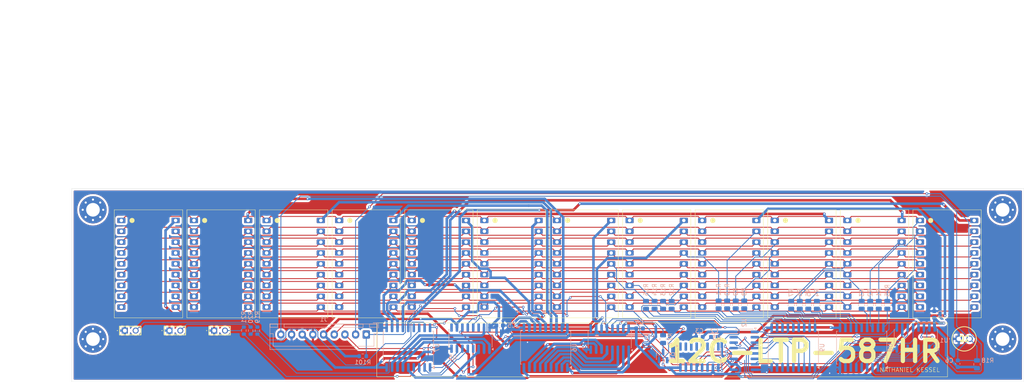
<source format=kicad_pcb>
(kicad_pcb (version 20241229) (generator "pcbnew") (generator_version "9.0")
  (title_block (title "12C-LTP-587HR_PCB") (date "2025-11-24") (rev "1"))
  (layers (0 "F.Cu" signal) (2 "B.Cu" signal) (13 "F.Paste" user) (15 "B.Paste" user) (5 "F.SilkS" user "F.Silkscreen") (7 "B.SilkS" user "B.Silkscreen") (1 "F.Mask" user) (3 "B.Mask" user) (25 "Edge.Cuts" user))
  (net 0 "")
  (net 1 "/GND")
  (net 2 "/3v3")
  (net 3 "/SEG_N")
  (net 4 "/SEG_E")
  (net 5 "/SEG_M")
  (net 6 "/SEG_F")
  (net 7 "/SEG_P")
  (net 8 "/SEG_K")
  (net 9 "/SEG_R")
  (net 10 "/SEG_H")
  (net 11 "/SEG_A")
  (net 12 "/ANODE1")
  (net 13 "/SEG_T")
  (net 14 "/SEG_DP")
  (net 15 "/SEG_U")
  (net 16 "/SEG_S")
  (net 17 "/SEG_G")
  (net 18 "/SEG_D")
  (net 19 "/SEG_B")
  (net 20 "/SEG_C")
  (net 21 "/ANODE2")
  (net 22 "/ANODE3")
  (net 23 "/ANODE4")
  (net 24 "/ANODE5")
  (net 25 "/ANODE6")
  (net 26 "/ANODE7")
  (net 27 "/ANODE8")
  (net 28 "/ANODE9")
  (net 29 "/ANODE10")
  (net 30 "/ANODE11")
  (net 31 "/ANODE12")
  (net 32 "/RCLK")
  (net 33 "/SER")
  (net 34 "/SRCLK")
  (net 35 "Net-(U1-QH')")
  (net 36 "Net-(U2-QH')")
  (net 38 "/5v")
  (net 45 "Net-(U4-QH')")
  (net 46 "/ANALOG")
  (net 49 "Net-(LED1-A)")
  (net 50 "Net-(LED2-A)")
  (net 51 "/OE_PWM")
  (net 52 "/ANODE1_5V")
  (net 53 "/ANODE2_5V")
  (net 54 "/ANODE3_5V")
  (net 55 "/ANODE4_5V")
  (net 56 "/ANODE5_5V")
  (net 57 "/ANODE6_5V")
  (net 58 "/ANODE7_5V")
  (net 59 "/ANODE8_5V")
  (net 60 "/ANODE9_5V")
  (net 61 "/ANODE10_5V")
  (net 62 "/ANODE11_5V")
  (net 63 "/ANODE12_5V")
  (net 64 "/SEG_DPpretransistor")
  (net 65 "/SEG_DPp")
  (net 66 "Net-(U3-QH')")
  (net 67 "/SEG_Bp")
  (net 68 "/SEG_Cp")
  (net 69 "/SEG_Dpre")
  (net 70 "/SEG_Ep")
  (net 71 "/SEG_Fp")
  (net 72 "/SEG_Gp")
  (net 73 "/SEG_Hp")
  (net 74 "/SEG_Kp")
  (net 75 "/SEG_Mp")
  (net 76 "/SEG_Np")
  (net 77 "/SEG_Pp")
  (net 78 "/SEG_Rp")
  (net 79 "/SEG_Sp")
  (net 80 "/SEG_Tp")
  (net 81 "/SEG_Ap")
  (net 82 "/SEG_Up")
  (net 83 "Net-(LED3-A)")
  (net 84 "/LED1_5V")
  (net 85 "/LED2_5V")
  (net 86 "/LED3_5V")
  (net 87 "/LED2")
  (net 90 "/LED1")
  (net 91 "/SEG_Esr")
  (net 92 "/SEG_Fsr")
  (net 93 "/SEG_Dsr")
  (net 94 "/SEG_Gsr")
  (net 95 "/SEG_Hsr")
  (net 96 "/SEG_Asr")
  (net 97 "/SEG_Bsr")
  (net 98 "/SEG_Csr")
  (net 99 "/SEG_Ssr")
  (net 100 "/SEG_Msr")
  (net 101 "/SEG_Tsr")
  (net 102 "/SEG_Rsr")
  (net 103 "/SEG_Usr")
  (net 104 "/SEG_Nsr")
  (net 105 "/SEG_Ksr")
  (net 106 "/SEG_Psr")
  (net 107 "/LED3")
  (footprint "My_F_Displays:LTP-587HR_DIP18" (layer "F.Cu") (at 452.15 84.34)
    (property "Reference" "LED_ALPHA11" (hide yes))
    (property "Value" "~" (hide yes))
  )
  (footprint "My_F_Displays:LTP-587HR_DIP18" (layer "F.Cu") (at 384.15 84.34)
    (property "Reference" "LED_ALPHA7" (hide yes))
    (property "Value" "~" (hide yes))
  )
  (footprint "My_F_Displays:LTP-587HR_DIP18" (layer "F.Cu") (at 316.15 84.34)
    (property "Reference" "LED_ALPHA3" (hide yes))
    (property "Value" "~" (hide yes))
  )
  (footprint "My_F_Displays:LTP-587HR_DIP18" (layer "F.Cu") (at 469.15 84.34)
    (property "Reference" "LED_ALPHA12" (hide yes))
    (property "Value" "~" (hide yes))
  )
  (footprint "MountingHole:MountingHole_3.2mm_M3_Pad_Via" (layer "F.Cu") (at 275.5 112.16)
    (property "Reference" "REF**" (hide yes))
    (property "Value" "MountingHole_3.2mm_M3_Pad_Via")
  )
  (footprint "SamacSys_Parts:TEPT5700" (layer "F.Cu") (at 478.23 112.105)
    (property "Reference" "Q2")
    (property "Value" "TEPT5700" (hide yes))
  )
  (footprint "My_F_Displays:LTP-587HR_DIP18" (layer "F.Cu") (at 418.15 84.34)
    (property "Reference" "LED_ALPHA9" (hide yes))
    (property "Value" "~" (hide yes))
  )
  (footprint "MountingHole:MountingHole_3.2mm_M3_Pad_Via" (layer "F.Cu") (at 488.5 112.16)
    (property "Reference" "REF**" (hide yes))
    (property "Value" "MountingHole_3.2mm_M3_Pad_Via")
  )
  (footprint "SamacSys_Parts:WP113IDT" (layer "F.Cu") (at 303.88 110.16 90)
    (property "Reference" "LED3" (hide yes))
    (property "Value" "WP113IDT" (hide yes))
  )
  (footprint "My_F_Displays:LTP-587HR_DIP18" (layer "F.Cu") (at 333.15 84.34)
    (property "Reference" "LED_ALPHA4" (hide yes))
    (property "Value" "~" (hide yes))
  )
  (footprint "SamacSys_Parts:WP113IDT" (layer "F.Cu") (at 293.42 110.16 90)
    (property "Reference" "LED2" (hide yes))
    (property "Value" "WP113IDT" (hide yes))
  )
  (footprint "MountingHole:MountingHole_3.2mm_M3_Pad_Via" (layer "F.Cu") (at 488.5 81.84)
    (property "Reference" "REF**" (hide yes))
    (property "Value" "MountingHole_3.2mm_M3_Pad_Via")
  )
  (footprint "My_F_Displays:LTP-587HR_DIP18" (layer "F.Cu") (at 299.15 84.34)
    (property "Reference" "LED_ALPHA2" (hide yes))
    (property "Value" "~" (hide yes))
  )
  (footprint "My_F_Displays:LTP-587HR_DIP18" (layer "F.Cu") (at 435.15 84.34)
    (property "Reference" "LED_ALPHA10" (hide yes))
    (property "Value" "~" (hide yes))
  )
  (footprint "My_F_Displays:LTP-587HR_DIP18" (layer "F.Cu") (at 401.15 84.34)
    (property "Reference" "LED_ALPHA8" (hide yes))
    (property "Value" "~" (hide yes))
  )
  (footprint "SamacSys_Parts:WP113IDT" (layer "F.Cu") (at 282.96 110.16 90)
    (property "Reference" "LED1" (hide yes))
    (property "Value" "WP113IDT" (hide yes))
  )
  (footprint "MountingHole:MountingHole_3.2mm_M3_Pad_Via" (layer "F.Cu") (at 275.5 81.84)
    (property "Reference" "REF**" (hide yes))
    (property "Value" "MountingHole_3.2mm_M3_Pad_Via")
  )
  (footprint "My_F_Displays:LTP-587HR_DIP18" (layer "F.Cu") (at 282.15 84.34)
    (property "Reference" "LED_ALPHA1" (hide yes))
    (property "Value" "~" (hide yes))
  )
  (footprint "My_F_Displays:LTP-587HR_DIP18" (layer "F.Cu") (at 367.15 84.34)
    (property "Reference" "LED_ALPHA6" (hide yes))
    (property "Value" "~" (hide yes))
  )
  (footprint "My_F_Displays:LTP-587HR_DIP18" (layer "F.Cu") (at 350.15 84.34)
    (property "Reference" "LED_ALPHA5" (hide yes))
    (property "Value" "~" (hide yes))
  )
  (footprint "Resistor_SMD:R_0805_2012Metric" (layer "B.Cu") (at 439 104.16 90)
    (property "Reference" "R7")
    (property "Value" "100")
  )
  (footprint "Resistor_SMD:R_0805_2012Metric" (layer "B.Cu") (at 407 104.16 90)
    (property "Reference" "R14")
    (property "Value" "100")
  )
  (footprint "Package_SO:SOIC-18W_7.5x11.6mm_P1.27mm" (layer "B.Cu") (at 439.5 114.16 90)
    (property "Reference" "U9")
    (property "Value" "ULN2803A")
  )
  (footprint "Resistor_SMD:R_0805_2012Metric" (layer "B.Cu") (at 411 104.16 90)
    (property "Reference" "R12")
    (property "Value" "100")
  )
  (footprint "Resistor_SMD:R_0805_2012Metric" (layer "B.Cu") (at 409 112.16 90)
    (property "Reference" "R17")
    (property "Value" "100")
  )
  (footprint "Capacitor_SMD:C_0603_1608Metric" (layer "B.Cu") (at 478 117.935 90)
    (property "Reference" "C6")
    (property "Value" "100nF")
  )
  (footprint "Resistor_SMD:R_0805_2012Metric" (layer "B.Cu") (at 457.5 104.16 90)
    (property "Reference" "R2")
    (property "Value" "100")
  )
  (footprint "Package_SO:SOIC-18W_7.5x11.6mm_P1.27mm" (layer "B.Cu") (at 349.35 114.16 90)
    (property "Reference" "U7")
    (property "Value" "TBD62783A")
  )
  (footprint "Package_SO:SOIC-16_3.9x9.9mm_P1.27mm" (layer "B.Cu") (at 417.5 116.39 -90)
    (property "Reference" "U3")
    (property "Value" "74HC595")
  )
  (footprint "Package_SO:SOIC-16_3.9x9.9mm_P1.27mm" (layer "B.Cu") (at 396.5 112.16 90)
    (property "Reference" "U4" (hide yes))
    (property "Value" "74HC595")
  )
  (footprint "Resistor_SMD:R_0805_2012Metric" (layer "B.Cu") (at 441 104.16 90)
    (property "Reference" "R6")
    (property "Value" "100")
  )
  (footprint "Capacitor_SMD:C_0603_1608Metric" (layer "B.Cu") (at 421 111.66 180)
    (property "Reference" "C2")
    (property "Value" "100nF")
  )
  (footprint "Package_SO:SOIC-16_3.9x9.9mm_P1.27mm" (layer "B.Cu") (at 363.905 111.93 90)
    (property "Reference" "U5")
    (property "Value" "74HC595")
  )
  (footprint "Resistor_SMD:R_0603_1608Metric" (layer "B.Cu") (at 310.834417 110.16 90)
    (property "Reference" "R21")
    (property "Value" "1k")
  )
  (footprint "Resistor_SMD:R_0603_1608Metric" (layer "B.Cu") (at 314.005584 110.16 90)
    (property "Reference" "R19")
    (property "Value" "1k")
  )
  (footprint "Resistor_SMD:R_0603_1608Metric" (layer "B.Cu") (at 338.675 116.16)
    (property "Reference" "R101")
    (property "Value" "10k")
  )
  (footprint "Resistor_SMD:R_0805_2012Metric" (layer "B.Cu") (at 409 104.16 90)
    (property "Reference" "R13")
    (property "Value" "100")
  )
  (footprint "Package_SO:SOIC-16_3.9x9.9mm_P1.27mm" (layer "B.Cu") (at 428 114.89 180)
    (property "Reference" "U2")
    (property "Value" "74HC595")
  )
  (footprint "Package_SO:SOIC-18W_7.5x11.6mm_P1.27mm" (layer "B.Cu") (at 381.5 114.16 90)
    (property "Reference" "U6")
    (property "Value" "TBD62783A")
  )
  (footprint "Capacitor_SMD:C_0603_1608Metric" (layer "B.Cu") (at 403.5 109.66 180)
    (property "Reference" "C4")
    (property "Value" "100nF")
  )
  (footprint "Resistor_SMD:R_0805_2012Metric" (layer "B.Cu") (at 461.5 104.16 90)
    (property "Reference" "R15")
    (property "Value" "100")
  )
  (footprint "Capacitor_SMD:C_0603_1608Metric" (layer "B.Cu") (at 417.5 111.66 180)
    (property "Reference" "C3")
    (property "Value" "100nF")
  )
  (footprint "Resistor_SMD:R_0805_2012Metric" (layer "B.Cu") (at 405 104.16 90)
    (property "Reference" "R16")
    (property "Value" "100")
  )
  (footprint "Connector_JST:JST_XH_B9B-XH-A_1x09_P2.50mm_Vertical" (layer "B.Cu") (at 339.5 111.08 180)
    (property "Reference" "J1")
    (property "Value" "Conn_01x09_Socket")
  )
  (footprint "Package_TO_SOT_SMD:SOT-23" (layer "B.Cu") (at 409 116.16 90)
    (property "Reference" "Q1")
    (property "Value" "2N7002")
  )
  (footprint "Resistor_SMD:R_0805_2012Metric" (layer "B.Cu") (at 428 104.0725 90)
    (property "Reference" "R8")
    (property "Value" "100")
  )
  (footprint "Package_SO:SOIC-16_3.9x9.9mm_P1.27mm" (layer "B.Cu") (at 468.175 111.93 90)
    (property "Reference" "U1")
    (property "Value" "74HC595")
  )
  (footprint "Resistor_SMD:R_0603_1608Metric" (layer "B.Cu") (at 312.42 110.16 90)
    (property "Reference" "R20")
    (property "Value" "1k")
  )
  (footprint "Capacitor_SMD:C_0603_1608Metric" (layer "B.Cu") (at 472.5 106.385 90)
    (property "Reference" "C1")
    (property "Value" "100nF")
  )
  (footprint "Resistor_SMD:R_0805_2012Metric" (layer "B.Cu") (at 422 104.0725 90)
    (property "Reference" "R11")
    (property "Value" "100")
  )
  (footprint "Resistor_SMD:R_0805_2012Metric" (layer "B.Cu") (at 426 104.0725 90)
    (property "Reference" "R9")
    (property "Value" "100")
  )
  (footprint "Resistor_SMD:R_0805_2012Metric" (layer "B.Cu") (at 482.5 118.0725 90)
    (property "Reference" "R18")
    (property "Value" "10k")
  )
  (footprint "Resistor_SMD:R_0805_2012Metric" (layer "B.Cu") (at 459.5 104.16 90)
    (property "Reference" "R1")
    (property "Value" "100")
  )
  (footprint "Resistor_SMD:R_0805_2012Metric" (layer "B.Cu") (at 424 104.0725 90)
    (property "Reference" "R10")
    (property "Value" "100")
  )
  (footprint "Capacitor_SMD:C_0603_1608Metric" (layer "B.Cu") (at 370.725 108.96 180)
    (property "Reference" "C5")
    (property "Value" "100nF")
  )
  (footprint "Package_SO:SOIC-18W_7.5x11.6mm_P1.27mm" (layer "B.Cu") (at 455.5 114.16 90)
    (property "Reference" "U8")
    (property "Value" "ULN2803A")
  )
  (footprint "Resistor_SMD:R_0805_2012Metric" (layer "B.Cu") (at 455.5 104.16 90)
    (property "Reference" "R3")
    (property "Value" "100")
  )
  (footprint "Resistor_SMD:R_0805_2012Metric" (layer "B.Cu") (at 445 104.16 90)
    (property "Reference" "R4")
    (property "Value" "100")
  )
  (footprint "Resistor_SMD:R_0805_2012Metric" (layer "B.Cu") (at 443 104.16 90)
    (property "Reference" "R5")
    (property "Value" "100")
  )
  (gr_rect (start 341.95 108.36) (end 475.6 121.01) (stroke (width 0.1)) (fill no) (layer "F.SilkS"))
  (gr_rect (start 270.5 76.84) (end 493.5 122.16) (stroke (width 0.05)) (fill no) (layer "Edge.Cuts"))
  (gr_text "NATHANIEL KESSEL" (at 459.65 119.96 0) (layer "F.SilkS") (effects (font (size 1 1) (thickness 0.1)) (justify left bottom)))
  (gr_text "12C-LTP-587HR" (at 409.25 117.96 0) (layer "F.SilkS") (effects (font (size 5 5) (thickness 1) (bold yes)) (justify left bottom)))
  (segment (start 390.780372 114.261) (end 378.601 114.261) (width 0.2) (layer "F.Cu") (net 1))
  (segment (start 433.25 119.91) (end 447.752859 119.91) (width 0.2) (layer "F.Cu") (net 1))
  (segment (start 447.752859 119.91) (end 448 120.157141) (width 0.2) (layer "F.Cu") (net 1))
  (segment (start 378.601 114.261) (end 377.25 112.91) (width 0.2) (layer "F.Cu") (net 1))
  (segment (start 391.065686 113.975686) (end 390.780372 114.261) (width 0.2) (layer "F.Cu") (net 1))
  (via (at 391.065686 113.975686) (size 0.6) (drill 0.3) (layers "F.Cu" "B.Cu") (net 1))
  (via (at 377.25 112.91) (size 0.6) (drill 0.3) (layers "F.Cu" "B.Cu") (net 1))
  (via (at 406.25 114.41) (size 0.6) (drill 0.3) (layers "F.Cu" "B.Cu") (net 1))
  (via (at 448 120.157141) (size 0.6) (drill 0.3) (layers "F.Cu" "B.Cu") (net 1))
  (via (at 433.25 119.91) (size 0.6) (drill 0.3) (layers "F.Cu" "B.Cu") (net 1))
  (segment (start 419.449 112.436) (end 420.225 111.66) (width 0.2) (layer "B.Cu") (net 1))
  (segment (start 408.05 117.0975) (end 408.05 116.21) (width 0.2) (layer "B.Cu") (net 1))
  (segment (start 434.35 118.81) (end 433.25 119.91) (width 0.2) (layer "B.Cu") (net 1))
  (segment (start 448 120.157141) (end 449.072859 120.157141) (width 0.2) (layer "B.Cu") (net 1))
  (segment (start 420.225 111.66) (end 421.945 113.38) (width 0.2) (layer "B.Cu") (net 1))
  (segment (start 434.42 118.81) (end 434.35 118.81) (width 0.2) (layer "B.Cu") (net 1))
  (segment (start 391.725 114.635) (end 391.065686 113.975686) (width 0.2) (layer "B.Cu") (net 1))
  (segment (start 416.725 111.66) (end 417.501 112.436) (width 0.2) (layer "B.Cu") (net 1))
  (segment (start 417.501 112.436) (end 419.449 112.436) (width 0.2) (layer "B.Cu") (net 1))
  (segment (start 449.072859 120.157141) (end 450.42 118.81) (width 0.2) (layer "B.Cu") (net 1))
  (segment (start 421.945 113.38) (end 421.945 113.915) (width 0.2) (layer "B.Cu") (net 1))
  (segment (start 408.05 116.21) (end 406.25 114.41) (width 0.2) (layer "B.Cu") (net 1))
  (segment (start 392.055 114.635) (end 391.725 114.635) (width 0.2) (layer "B.Cu") (net 1))
  (segment (start 372.292078 113.452078) (end 370 111.16) (width 0.6) (layer "F.Cu") (net 2))
  (segment (start 352.25 107.41) (end 333.17 107.41) (width 0.6) (layer "F.Cu") (net 2))
  (segment (start 372.292078 113.702078) (end 372.292078 113.452078) (width 0.6) (layer "F.Cu") (net 2))
  (segment (start 455.702859 120.957141) (end 427.702859 120.957141) (width 0.6) (layer "F.Cu") (net 2))
  (segment (start 465.25 111.41) (end 455.702859 120.957141) (width 0.6) (layer "F.Cu") (net 2))
  (segment (start 333.17 107.41) (end 329.5 111.08) (width 0.6) (layer "F.Cu") (net 2))
  (segment (start 465.25 111.41) (end 468.25 108.41) (width 0.6) (layer "F.Cu") (net 2))
  (segment (start 468.25 108.41) (end 474.75 108.41) (width 0.6) (layer "F.Cu") (net 2))
  (via (at 352.25 107.41) (size 0.6) (drill 0.3) (layers "F.Cu" "B.Cu") (net 2))
  (via (at 474.75 108.41) (size 0.6) (drill 0.3) (layers "F.Cu" "B.Cu") (net 2))
  (via (at 465.25 111.41) (size 0.6) (drill 0.3) (layers "F.Cu" "B.Cu") (net 2))
  (via (at 372.292078 113.702078) (size 0.6) (drill 0.3) (layers "F.Cu" "B.Cu") (net 2))
  (via (at 370 111.16) (size 0.6) (drill 0.3) (layers "F.Cu" "B.Cu") (net 2))
  (via (at 427.702859 120.957141) (size 0.6) (drill 0.3) (layers "F.Cu" "B.Cu") (net 2))
  (segment (start 420.675 119.839999) (end 421.176001 120.341) (width 0.6) (layer "B.Cu") (net 2))
  (segment (start 337.85 116.16) (end 334.58 116.16) (width 0.6) (layer "B.Cu") (net 2))
  (segment (start 360.73 108.82519) (end 359.31481 107.41) (width 0.6) (layer "B.Cu") (net 2))
  (segment (start 393.325 109.685) (end 393.325 110.31481) (width 0.6) (layer "B.Cu") (net 2))
  (segment (start 363.414001 105.796) (end 365.296708 105.796) (width 0.6) (layer "B.Cu") (net 2))
  (segment (start 360.73 109.455) (end 360.73 108.82519) (width 0.6) (layer "B.Cu") (net 2))
  (segment (start 472.5 107.16) (end 472.5 109.335) (width 0.6) (layer "B.Cu") (net 2))
  (segment (start 427.034951 120.957141) (end 426.41881 120.341) (width 0.6) (layer "B.Cu") (net 2))
  (segment (start 404.975095 115.684905) (end 402.725 113.43481) (width 0.6) (layer "B.Cu") (net 2))
  (segment (start 472.5 109.335) (end 472.62 109.455) (width 0.6) (layer "B.Cu") (net 2))
  (segment (start 360.73 109.455) (end 360.73 108.480001) (width 0.6) (layer "B.Cu") (net 2))
  (segment (start 393.325 110.31481) (end 394.17119 111.161) (width 0.6) (layer "B.Cu") (net 2))
  (segment (start 387.086785 111.161) (end 386.410784 111.837) (width 0.6) (layer "B.Cu") (net 2))
  (segment (start 426.41881 120.341) (end 427.001 119.75881) (width 0.6) (layer "B.Cu") (net 2))
  (segment (start 402.725 113.43481) (end 402.725 112.66) (width 0.6) (layer "B.Cu") (net 2))
  (segment (start 427.001 118.91119) (end 426.15481 118.065) (width 0.6) (layer "B.Cu") (net 2))
  (segment (start 422.746 115.91581) (end 422.746 112.631) (width 0.6) (layer "B.Cu") (net 2))
  (segment (start 475.25 112.085) (end 475.25 115.96) (width 0.6) (layer "B.Cu") (net 2))
  (segment (start 422.746 112.631) (end 421.775 111.66) (width 0.6) (layer "B.Cu") (net 2))
  (segment (start 365.6965 105.396208) (end 365.6965 103.923792) (width 0.6) (layer "B.Cu") (net 2))
  (segment (start 370 111.16) (end 370 109.01) (width 0.6) (layer "B.Cu") (net 2))
  (segment (start 473.75 108.41) (end 472.5 107.16) (width 0.6) (layer "B.Cu") (net 2))
  (segment (start 365.296708 105.796) (end 365.6965 105.396208) (width 0.6) (layer "B.Cu") (net 2))
  (segment (start 368.35 109.455) (end 369.455 109.455) (width 0.6) (layer "B.Cu") (net 2))
  (segment (start 394.17119 111.161) (end 400.09881 111.161) (width 0.6) (layer "B.Cu") (net 2))
  (segment (start 370.551 104.578214) (end 370.551 107.254) (width 0.6) (layer "B.Cu") (net 2))
  (segment (start 400.945 110.31481) (end 400.945 109.685) (width 0.6) (layer "B.Cu") (net 2))
  (segment (start 369.496786 103.524) (end 370.551 104.578214) (width 0.6) (layer "B.Cu") (net 2))
  (segment (start 392.823999 111.161) (end 387.086785 111.161) (width 0.6) (layer "B.Cu") (net 2))
  (segment (start 465 111.16) (end 465.25 111.41) (width 0.6) (layer "B.Cu") (net 2))
  (segment (start 420.173999 120.341) (end 411.976 120.341) (width 0.6) (layer "B.Cu") (net 2))
  (segment (start 422.99 110.445) (end 425.525 110.445) (width 0.6) (layer "B.Cu") (net 2))
  (segment (start 424.89519 118.065) (end 422.746 115.91581) (width 0.6) (layer "B.Cu") (net 2))
  (segment (start 413.055 118.865) (end 410.5 118.865) (width 0.6) (layer "B.Cu") (net 2))
  (segment (start 365.6965 103.923792) (end 366.096292 103.524) (width 0.6) (layer "B.Cu") (net 2))
  (segment (start 334.58 116.16) (end 329.5 111.08) (width 0.6) (layer "B.Cu") (net 2))
  (segment (start 475.25 115.96) (end 478 118.71) (width 0.6) (layer "B.Cu") (net 2))
  (segment (start 386.410784 111.837) (end 374.157156 111.837) (width 0.6) (layer "B.Cu") (net 2))
  (segment (start 427.001 119.75881) (end 427.001 118.91119) (width 0.6) (layer "B.Cu") (net 2))
  (segment (start 369.455 109.455) (end 369.95 108.96) (width 0.6) (layer "B.Cu") (net 2))
  (segment (start 421.775 111.66) (end 422.99 110.445) (width 0.6) (layer "B.Cu") (net 2))
  (segment (start 411.976 120.341) (end 410.5 118.865) (width 0.6) (layer "B.Cu") (net 2))
  (segment (start 402.725 109.66) (end 400.97 109.66) (width 0.6) (layer "B.Cu") (net 2))
  (segment (start 482.225 118.71) (end 482.5 118.985) (width 0.6) (layer "B.Cu") (net 2))
  (segment (start 419.49 110.445) (end 422.99 110.445) (width 0.6) (layer "B.Cu") (net 2))
  (segment (start 425.525 118.065) (end 424.89519 118.065) (width 0.6) (layer "B.Cu") (net 2))
  (segment (start 402.725 112.66) (end 402.725 109.66) (width 0.6) (layer "B.Cu") (net 2))
  (segment (start 400.09881 111.161) (end 400.945 110.31481) (width 0.6) (layer "B.Cu") (net 2))
  (segment (start 478 118.71) (end 482.225 118.71) (width 0.6) (layer "B.Cu") (net 2))
  (segment (start 408.15519 118.865) (end 404.975095 115.684905) (width 0.6) (layer "B.Cu") (net 2))
  (segment (start 366.096292 103.524) (end 369.496786 103.524) (width 0.6) (layer "B.Cu") (net 2))
  (segment (start 421.176001 120.341) (end 426.41881 120.341) (width 0.6) (layer "B.Cu") (net 2))
  (segment (start 360.73 108.480001) (end 363.414001 105.796) (width 0.6) (layer "B.Cu") (net 2))
  (segment (start 420.675 118.865) (end 420.675 119.839999) (width 0.6) (layer "B.Cu") (net 2))
  (segment (start 420.675 119.839999) (end 420.173999 120.341) (width 0.6) (layer "B.Cu") (net 2))
  (segment (start 427.702859 120.957141) (end 427.034951 120.957141) (width 0.6) (layer "B.Cu") (net 2))
  (segment (start 374.157156 111.837) (end 372.292078 113.702078) (width 0.6) (layer "B.Cu") (net 2))
  (segment (start 410.5 118.865) (end 408.15519 118.865) (width 0.6) (layer "B.Cu") (net 2))
  (segment (start 393.325 110.659999) (end 392.823999 111.161) (width 0.6) (layer "B.Cu") (net 2))
  (segment (start 393.325 109.685) (end 393.325 110.659999) (width 0.6) (layer "B.Cu") (net 2))
  (segment (start 474.75 108.41) (end 473.75 108.41) (width 0.6) (layer "B.Cu") (net 2))
  (segment (start 370 109.01) (end 369.95 108.96) (width 0.6) (layer "B.Cu") (net 2))
  (segment (start 418.275 111.66) (end 419.49 110.445) (width 0.6) (layer "B.Cu") (net 2))
  (segment (start 400.97 109.66) (end 400.945 109.685) (width 0.6) (layer "B.Cu") (net 2))
  (segment (start 426.15481 118.065) (end 425.525 118.065) (width 0.6) (layer "B.Cu") (net 2))
  (segment (start 359.31481 107.41) (end 352.25 107.41) (width 0.6) (layer "B.Cu") (net 2))
  (segment (start 465 109.455) (end 465 111.16) (width 0.6) (layer "B.Cu") (net 2))
  (segment (start 472.62 109.455) (end 475.25 112.085) (width 0.6) (layer "B.Cu") (net 2))
  (segment (start 370.551 107.254) (end 368.35 109.455) (width 0.6) (layer "B.Cu") (net 2))
  (segment (start 344.914 87.816) (end 329.786 87.816) (width 0.2) (layer "F.Cu") (net 3))
  (segment (start 311.85 86.88) (end 310.914 87.816) (width 0.2) (layer "F.Cu") (net 3))
  (segment (start 363.786 87.816) (end 362.85 86.88) (width 0.2) (layer "F.Cu") (net 3))
  (segment (start 412.914 87.816) (end 397.786 87.816) (width 0.2) (layer "F.Cu") (net 3))
  (segment (start 361.914 87.816) (end 346.786 87.816) (width 0.2) (layer "F.Cu") (net 3))
  (segment (start 431.786 87.816) (end 430.85 86.88) (width 0.2) (layer "F.Cu") (net 3))
  (segment (start 447.85 86.88) (end 446.914 87.816) (width 0.2) (layer "F.Cu") (net 3))
  (segment (start 465.786 87.816) (end 480.914 87.816) (width 0.2) (layer "F.Cu") (net 3))
  (segment (start 396.85 86.88) (end 395.914 87.816) (width 0.2) (layer "F.Cu") (net 3))
  (segment (start 430.85 86.88) (end 429.914 87.816) (width 0.2) (layer "F.Cu") (net 3))
  (segment (start 329.786 87.816) (end 328.85 86.88) (width 0.2) (layer "F.Cu") (net 3))
  (segment (start 310.914 87.816) (end 295.786 87.816) (width 0.2) (layer "F.Cu") (net 3))
  (segment (start 346.786 87.816) (end 345.85 86.88) (width 0.2) (layer "F.Cu") (net 3))
  (segment (start 378.914 87.816) (end 363.786 87.816) (width 0.2) (layer "F.Cu") (net 3))
  (segment (start 480.914 87.816) (end 481.85 86.88) (width 0.2) (layer "F.Cu") (net 3))
  (segment (start 464.85 86.88) (end 465.786 87.816) (width 0.2) (layer "F.Cu") (net 3))
  (segment (start 362.85 86.88) (end 361.914 87.816) (width 0.2) (layer "F.Cu") (net 3))
  (segment (start 312.786 87.816) (end 311.85 86.88) (width 0.2) (layer "F.Cu") (net 3))
  (segment (start 464.85 86.88) (end 463.914 87.816) (width 0.2) (layer "F.Cu") (net 3))
  (segment (start 295.786 87.816) (end 294.85 86.88) (width 0.2) (layer "F.Cu") (net 3))
  (segment (start 413.85 86.88) (end 412.914 87.816) (width 0.2) (layer "F.Cu") (net 3))
  (segment (start 448.786 87.816) (end 447.85 86.88) (width 0.2) (layer "F.Cu") (net 3))
  (segment (start 328.85 86.88) (end 327.914 87.816) (width 0.2) (layer "F.Cu") (net 3))
  (segment (start 379.85 86.88) (end 378.914 87.816) (width 0.2) (layer "F.Cu") (net 3))
  (segment (start 397.786 87.816) (end 396.85 86.88) (width 0.2) (layer "F.Cu") (net 3))
  (segment (start 446.914 87.816) (end 431.786 87.816) (width 0.2) (layer "F.Cu") (net 3))
  (segment (start 327.914 87.816) (end 312.786 87.816) (width 0.2) (layer "F.Cu") (net 3))
  (segment (start 395.914 87.816) (end 380.786 87.816) (width 0.2) (layer "F.Cu") (net 3))
  (segment (start 429.914 87.816) (end 414.786 87.816) (width 0.2) (layer "F.Cu") (net 3))
  (segment (start 345.85 86.88) (end 344.914 87.816) (width 0.2) (layer "F.Cu") (net 3))
  (segment (start 414.786 87.816) (end 413.85 86.88) (width 0.2) (layer "F.Cu") (net 3))
  (segment (start 463.914 87.816) (end 448.786 87.816) (width 0.2) (layer "F.Cu") (net 3))
  (segment (start 380.786 87.816) (end 379.85 86.88) (width 0.2) (layer "F.Cu") (net 3))
  (segment (start 424 93.73) (end 430.85 86.88) (width 0.2) (layer "B.Cu") (net 3))
  (segment (start 424 103.16) (end 424 93.73) (width 0.2) (layer "B.Cu") (net 3))
  (segment (start 300.086 103.724) (end 315.214 103.724) (width 0.2) (layer "F.Cu") (net 4))
  (segment (start 385.086 103.724) (end 384.15 104.66) (width 0.2) (layer "F.Cu") (net 4))
  (segment (start 400.214 103.724) (end 385.086 103.724) (width 0.2) (layer "F.Cu") (net 4))
  (segment (start 299.15 104.66) (end 300.086 103.724) (width 0.2) (layer "F.Cu") (net 4))
  (segment (start 366.214 103.724) (end 351.086 103.724) (width 0.2) (layer "F.Cu") (net 4))
  (segment (start 334.086 103.724) (end 349.214 103.724) (width 0.2) (layer "F.Cu") (net 4))
  (segment (start 367.15 104.66) (end 366.214 103.724) (width 0.2) (layer "F.Cu") (net 4))
  (segment (start 349.214 103.724) (end 350.15 104.66) (width 0.2) (layer "F.Cu") (net 4))
  (segment (start 434.214 103.724) (end 419.086 103.724) (width 0.2) (layer "F.Cu") (net 4))
  (segment (start 453.086 103.724) (end 468.214 103.724) (width 0.2) (layer "F.Cu") (net 4))
  (segment (start 282.15 104.66) (end 283.086 103.724) (width 0.2) (layer "F.Cu") (net 4))
  (segment (start 451.214 103.724) (end 452.15 104.66) (width 0.2) (layer "F.Cu") (net 4))
  (segment (start 383.214 103.724) (end 368.086 103.724) (width 0.2) (layer "F.Cu") (net 4))
  (segment (start 368.086 103.724) (end 367.15 104.66) (width 0.2) (layer "F.Cu") (net 4))
  (segment (start 351.086 103.724) (end 350.15 104.66) (width 0.2) (layer "F.Cu") (net 4))
  (segment (start 384.15 104.66) (end 383.214 103.724) (width 0.2) (layer "F.Cu") (net 4))
  (segment (start 401.15 104.66) (end 400.214 103.724) (width 0.2) (layer "F.Cu") (net 4))
  (segment (start 332.214 103.724) (end 317.086 103.724) (width 0.2) (layer "F.Cu") (net 4))
  (segment (start 402.086 103.724) (end 401.15 104.66) (width 0.2) (layer "F.Cu") (net 4))
  (segment (start 317.086 103.724) (end 316.15 104.66) (width 0.2) (layer "F.Cu") (net 4))
  (segment (start 418.15 104.66) (end 417.214 103.724) (width 0.2) (layer "F.Cu") (net 4))
  (segment (start 452.15 104.66) (end 453.086 103.724) (width 0.2) (layer "F.Cu") (net 4))
  (segment (start 283.086 103.724) (end 298.214 103.724) (width 0.2) (layer "F.Cu") (net 4))
  (segment (start 333.15 104.66) (end 332.214 103.724) (width 0.2) (layer "F.Cu") (net 4))
  (segment (start 417.214 103.724) (end 402.086 103.724) (width 0.2) (layer "F.Cu") (net 4))
  (segment (start 315.214 103.724) (end 316.15 104.66) (width 0.2) (layer "F.Cu") (net 4))
  (segment (start 435.15 104.66) (end 434.214 103.724) (width 0.2) (layer "F.Cu") (net 4))
  (segment (start 436.086 103.724) (end 451.214 103.724) (width 0.2) (layer "F.Cu") (net 4))
  (segment (start 333.15 104.66) (end 334.086 103.724) (width 0.2) (layer "F.Cu") (net 4))
  (segment (start 298.214 103.724) (end 299.15 104.66) (width 0.2) (layer "F.Cu") (net 4))
  (segment (start 435.15 104.66) (end 436.086 103.724) (width 0.2) (layer "F.Cu") (net 4))
  (segment (start 468.214 103.724) (end 469.15 104.66) (width 0.2) (layer "F.Cu") (net 4))
  (segment (start 419.086 103.724) (end 418.15 104.66) (width 0.2) (layer "F.Cu") (net 4))
  (segment (start 450.7375 103.2475) (end 452.15 104.66) (width 0.2) (layer "B.Cu") (net 4))
  (segment (start 445 103.2475) (end 450.7375 103.2475) (width 0.2) (layer "B.Cu") (net 4))
  (segment (start 401.15 89.42) (end 402.086 88.484) (width 0.2) (layer "F.Cu") (net 5))
  (segment (start 349.214 88.484) (end 350.15 89.42) (width 0.2) (layer "F.Cu") (net 5))
  (segment (start 333.15 89.42) (end 334.086 88.484) (width 0.2) (layer "F.Cu") (net 5))
  (segment (start 468.214 88.484) (end 469.15 89.42) (width 0.2) (layer "F.Cu") (net 5))
  (segment (start 435.15 89.42) (end 436.086 88.484) (width 0.2) (layer "F.Cu") (net 5))
  (segment (start 452.15 89.42) (end 453.086 88.484) (width 0.2) (layer "F.Cu") (net 5))
  (segment (start 332.214 88.484) (end 333.15 89.42) (width 0.2) (layer "F.Cu") (net 5))
  (segment (start 418.15 89.42) (end 419.086 88.484) (width 0.2) (layer "F.Cu") (net 5))
  (segment (start 417.214 88.484) (end 418.15 89.42) (width 0.2) (layer "F.Cu") (net 5))
  (segment (start 383.214 88.484) (end 384.15 89.42) (width 0.2) (layer "F.Cu") (net 5))
  (segment (start 334.086 88.484) (end 349.214 88.484) (width 0.2) (layer "F.Cu") (net 5))
  (segment (start 299.15 89.42) (end 300.086 88.484) (width 0.2) (layer "F.Cu") (net 5))
  (segment (start 385.086 88.484) (end 400.214 88.484) (width 0.2) (layer "F.Cu") (net 5))
  (segment (start 400.214 88.484) (end 401.15 89.42) (width 0.2) (layer "F.Cu") (net 5))
  (segment (start 402.086 88.484) (end 417.214 88.484) (width 0.2) (layer "F.Cu") (net 5))
  (segment (start 367.15 89.42) (end 368.086 88.484) (width 0.2) (layer "F.Cu") (net 5))
  (segment (start 451.214 88.484) (end 452.15 89.42) (width 0.2) (layer "F.Cu") (net 5))
  (segment (start 436.086 88.484) (end 451.214 88.484) (width 0.2) (layer "F.Cu") (net 5))
  (segment (start 298.214 88.484) (end 299.15 89.42) (width 0.2) (layer "F.Cu") (net 5))
  (segment (start 282.15 89.42) (end 283.086 88.484) (width 0.2) (layer "F.Cu") (net 5))
  (segment (start 434.214 88.484) (end 435.15 89.42) (width 0.2) (layer "F.Cu") (net 5))
  (segment (start 384.15 89.42) (end 385.086 88.484) (width 0.2) (layer "F.Cu") (net 5))
  (segment (start 366.214 88.484) (end 367.15 89.42) (width 0.2) (layer "F.Cu") (net 5))
  (segment (start 317.086 88.484) (end 332.214 88.484) (width 0.2) (layer "F.Cu") (net 5))
  (segment (start 419.086 88.484) (end 434.214 88.484) (width 0.2) (layer "F.Cu") (net 5))
  (segment (start 316.15 89.42) (end 317.086 88.484) (width 0.2) (layer "F.Cu") (net 5))
  (segment (start 283.086 88.484) (end 298.214 88.484) (width 0.2) (layer "F.Cu") (net 5))
  (segment (start 453.086 88.484) (end 468.214 88.484) (width 0.2) (layer "F.Cu") (net 5))
  (segment (start 368.086 88.484) (end 383.214 88.484) (width 0.2) (layer "F.Cu") (net 5))
  (segment (start 351.086 88.484) (end 366.214 88.484) (width 0.2) (layer "F.Cu") (net 5))
  (segment (start 350.15 89.42) (end 351.086 88.484) (width 0.2) (layer "F.Cu") (net 5))
  (segment (start 315.214 88.484) (end 316.15 89.42) (width 0.2) (layer "F.Cu") (net 5))
  (segment (start 300.086 88.484) (end 315.214 88.484) (width 0.2) (layer "F.Cu") (net 5))
  (segment (start 430.547134 92.896) (end 432.309 92.896) (width 0.2) (layer "B.Cu") (net 5))
  (segment (start 432.309 92.896) (end 435.15 90.055) (width 0.2) (layer "B.Cu") (net 5))
  (segment (start 426 103.16) (end 426 97.443134) (width 0.2) (layer "B.Cu") (net 5))
  (segment (start 426 97.443134) (end 430.547134 92.896) (width 0.2) (layer "B.Cu") (net 5))
  (segment (start 435.15 90.055) (end 435.15 89.42) (width 0.2) (layer "B.Cu") (net 5))
  (segment (start 434.214 101.184) (end 435.15 102.12) (width 0.2) (layer "F.Cu") (net 6))
  (segment (start 351.086 101.184) (end 366.214 101.184) (width 0.2) (layer "F.Cu") (net 6))
  (segment (start 452.15 102.12) (end 453.086 101.184) (width 0.2) (layer "F.Cu") (net 6))
  (segment (start 402.086 101.184) (end 417.214 101.184) (width 0.2) (layer "F.Cu") (net 6))
  (segment (start 451.214 101.184) (end 452.15 102.12) (width 0.2) (layer "F.Cu") (net 6))
  (segment (start 298.214 101.184) (end 299.15 102.12) (width 0.2) (layer "F.Cu") (net 6))
  (segment (start 367.15 102.12) (end 368.086 101.184) (width 0.2) (layer "F.Cu") (net 6))
  (segment (start 334.086 101.184) (end 349.214 101.184) (width 0.2) (layer "F.Cu") (net 6))
  (segment (start 435.15 102.12) (end 436.086 101.184) (width 0.2) (layer "F.Cu") (net 6))
  (segment (start 384.15 102.12) (end 385.11 101.16) (width 0.2) (layer "F.Cu") (net 6))
  (segment (start 418.15 102.12) (end 419.086 101.184) (width 0.2) (layer "F.Cu") (net 6))
  (segment (start 383.214 101.184) (end 384.15 102.12) (width 0.2) (layer "F.Cu") (net 6))
  (segment (start 316.15 102.12) (end 317.086 101.184) (width 0.2) (layer "F.Cu") (net 6))
  (segment (start 417.214 101.184) (end 418.15 102.12) (width 0.2) (layer "F.Cu") (net 6))
  (segment (start 436.086 101.184) (end 451.214 101.184) (width 0.2) (layer "F.Cu") (net 6))
  (segment (start 400.19 101.16) (end 401.15 102.12) (width 0.2) (layer "F.Cu") (net 6))
  (segment (start 317.086 101.184) (end 332.214 101.184) (width 0.2) (layer "F.Cu") (net 6))
  (segment (start 401.15 102.12) (end 402.086 101.184) (width 0.2) (layer "F.Cu") (net 6))
  (segment (start 283.086 101.184) (end 298.214 101.184) (width 0.2) (layer "F.Cu") (net 6))
  (segment (start 333.15 102.12) (end 334.086 101.184) (width 0.2) (layer "F.Cu") (net 6))
  (segment (start 468.214 101.184) (end 469.15 102.12) (width 0.2) (layer "F.Cu") (net 6))
  (segment (start 453.086 101.184) (end 468.214 101.184) (width 0.2) (layer "F.Cu") (net 6))
  (segment (start 350.15 102.12) (end 351.086 101.184) (width 0.2) (layer "F.Cu") (net 6))
  (segment (start 366.214 101.184) (end 367.15 102.12) (width 0.2) (layer "F.Cu") (net 6))
  (segment (start 368.086 101.184) (end 383.214 101.184) (width 0.2) (layer "F.Cu") (net 6))
  (segment (start 282.15 102.12) (end 283.086 101.184) (width 0.2) (layer "F.Cu") (net 6))
  (segment (start 419.086 101.184) (end 434.214 101.184) (width 0.2) (layer "F.Cu") (net 6))
  (segment (start 349.214 101.184) (end 350.15 102.12) (width 0.2) (layer "F.Cu") (net 6))
  (segment (start 315.214 101.184) (end 316.15 102.12) (width 0.2) (layer "F.Cu") (net 6))
  (segment (start 299.15 102.12) (end 300.086 101.184) (width 0.2) (layer "F.Cu") (net 6))
  (segment (start 385.11 101.16) (end 400.19 101.16) (width 0.2) (layer "F.Cu") (net 6))
  (segment (start 332.214 101.184) (end 333.15 102.12) (width 0.2) (layer "F.Cu") (net 6))
  (segment (start 300.086 101.184) (end 315.214 101.184) (width 0.2) (layer "F.Cu") (net 6))
  (segment (start 451.214 101.184) (end 452.15 102.12) (width 0.2) (layer "B.Cu") (net 6))
  (segment (start 443 103.2475) (end 445.0635 101.184) (width 0.2) (layer "B.Cu") (net 6))
  (segment (start 445.0635 101.184) (end 451.214 101.184) (width 0.2) (layer "B.Cu") (net 6))
  (segment (start 481.85 91.96) (end 480.914 92.896) (width 0.2) (layer "F.Cu") (net 7))
  (segment (start 327.914 92.896) (end 312.786 92.896) (width 0.2) (layer "F.Cu") (net 7))
  (segment (start 430.85 91.96) (end 429.914 92.896) (width 0.2) (layer "F.Cu") (net 7))
  (segment (start 429.914 92.896) (end 414.786 92.896) (width 0.2) (layer "F.Cu") (net 7))
  (segment (start 413.85 91.96) (end 412.914 92.896) (width 0.2) (layer "F.Cu") (net 7))
  (segment (start 447.85 91.96) (end 446.914 92.896) (width 0.2) (layer "F.Cu") (net 7))
  (segment (start 311.85 91.96) (end 310.914 92.896) (width 0.2) (layer "F.Cu") (net 7))
  (segment (start 312.786 92.896) (end 311.85 91.96) (width 0.2) (layer "F.Cu") (net 7))
  (segment (start 448.786 92.896) (end 447.85 91.96) (width 0.2) (layer "F.Cu") (net 7))
  (segment (start 362.85 91.96) (end 361.914 92.896) (width 0.2) (layer "F.Cu") (net 7))
  (segment (start 464.85 91.96) (end 463.914 92.896) (width 0.2) (layer "F.Cu") (net 7))
  (segment (start 295.786 92.896) (end 294.85 91.96) (width 0.2) (layer "F.Cu") (net 7))
  (segment (start 363.786 92.896) (end 362.85 91.96) (width 0.2) (layer "F.Cu") (net 7))
  (segment (start 378.914 92.896) (end 363.786 92.896) (width 0.2) (layer "F.Cu") (net 7))
  (segment (start 397.786 92.896) (end 396.85 91.96) (width 0.2) (layer "F.Cu") (net 7))
  (segment (start 395.914 92.896) (end 380.786 92.896) (width 0.2) (layer "F.Cu") (net 7))
  (segment (start 446.914 92.896) (end 431.786 92.896) (width 0.2) (layer "F.Cu") (net 7))
  (segment (start 346.786 92.896) (end 345.85 91.96) (width 0.2) (layer "F.Cu") (net 7))
  (segment (start 329.786 92.896) (end 328.85 91.96) (width 0.2) (layer "F.Cu") (net 7))
  (segment (start 380.786 92.896) (end 379.85 91.96) (width 0.2) (layer "F.Cu") (net 7))
  (segment (start 345.85 91.96) (end 344.914 92.896) (width 0.2) (layer "F.Cu") (net 7))
  (segment (start 480.914 92.896) (end 465.786 92.896) (width 0.2) (layer "F.Cu") (net 7))
  (segment (start 412.914 92.896) (end 397.786 92.896) (width 0.2) (layer "F.Cu") (net 7))
  (segment (start 465.786 92.896) (end 464.85 91.96) (width 0.2) (layer "F.Cu") (net 7))
  (segment (start 463.914 92.896) (end 448.786 92.896) (width 0.2) (layer "F.Cu") (net 7))
  (segment (start 361.914 92.896) (end 346.786 92.896) (width 0.2) (layer "F.Cu") (net 7))
  (segment (start 396.85 91.96) (end 395.914 92.896) (width 0.2) (layer "F.Cu") (net 7))
  (segment (start 328.85 91.96) (end 327.914 92.896) (width 0.2) (layer "F.Cu") (net 7))
  (segment (start 379.85 91.96) (end 378.914 92.896) (width 0.2) (layer "F.Cu") (net 7))
  (segment (start 344.914 92.896) (end 329.786 92.896) (width 0.2) (layer "F.Cu") (net 7))
  (segment (start 431.786 92.896) (end 430.85 91.96) (width 0.2) (layer "F.Cu") (net 7))
  (segment (start 310.914 92.896) (end 295.786 92.896) (width 0.2) (layer "F.Cu") (net 7))
  (segment (start 414.786 92.896) (end 413.85 91.96) (width 0.2) (layer "F.Cu") (net 7))
  (segment (start 414.786 92.896) (end 413.85 91.96) (width 0.2) (layer "B.Cu") (net 7))
  (segment (start 422 96.443134) (end 418.452866 92.896) (width 0.2) (layer "B.Cu") (net 7))
  (segment (start 422 103.16) (end 422 96.443134) (width 0.2) (layer "B.Cu") (net 7))
  (segment (start 418.452866 92.896) (end 414.786 92.896) (width 0.2) (layer "B.Cu") (net 7))
  (segment (start 366.214 91.024) (end 367.15 91.96) (width 0.2) (layer "F.Cu") (net 8))
  (segment (start 283.086 91.024) (end 298.214 91.024) (width 0.2) (layer "F.Cu") (net 8))
  (segment (start 367.15 91.96) (end 368.086 91.024) (width 0.2) (layer "F.Cu") (net 8))
  (segment (start 453.086 91.024) (end 468.214 91.024) (width 0.2) (layer "F.Cu") (net 8))
  (segment (start 402.086 91.024) (end 417.214 91.024) (width 0.2) (layer "F.Cu") (net 8))
  (segment (start 383.214 91.024) (end 384.15 91.96) (width 0.2) (layer "F.Cu") (net 8))
  (segment (start 452.15 91.96) (end 453.086 91.024) (width 0.2) (layer "F.Cu") (net 8))
  (segment (start 451.214 91.024) (end 452.15 91.96) (width 0.2) (layer "F.Cu") (net 8))
  (segment (start 436.086 91.024) (end 451.214 91.024) (width 0.2) (layer "F.Cu") (net 8))
  (segment (start 418.15 91.96) (end 419.086 91.024) (width 0.2) (layer "F.Cu") (net 8))
  (segment (start 400.214 91.024) (end 401.15 91.96) (width 0.2) (layer "F.Cu") (net 8))
  (segment (start 419.086 91.024) (end 434.214 91.024) (width 0.2) (layer "F.Cu") (net 8))
  (segment (start 384.15 91.96) (end 385.086 91.024) (width 0.2) (layer "F.Cu") (net 8))
  (segment (start 332.214 91.024) (end 333.15 91.96) (width 0.2) (layer "F.Cu") (net 8))
  (segment (start 299.15 91.96) (end 300.2 90.91) (width 0.2) (layer "F.Cu") (net 8))
  (segment (start 401.15 91.96) (end 402.086 91.024) (width 0.2) (layer "F.Cu") (net 8))
  (segment (start 350.15 91.96) (end 351.086 91.024) (width 0.2) (layer "F.Cu") (net 8))
  (segment (start 434.214 91.024) (end 435.15 91.96) (width 0.2) (layer "F.Cu") (net 8))
  (segment (start 385.086 91.024) (end 400.214 91.024) (width 0.2) (layer "F.Cu") (net 8))
  (segment (start 435.15 91.96) (end 436.086 91.024) (width 0.2) (layer "F.Cu") (net 8))
  (segment (start 317.086 91.024) (end 332.214 91.024) (width 0.2) (layer "F.Cu") (net 8))
  (segment (start 334.086 91.024) (end 349.214 91.024) (width 0.2) (layer "F.Cu") (net 8))
  (segment (start 349.214 91.024) (end 350.15 91.96) (width 0.2) (layer "F.Cu") (net 8))
  (segment (start 300.2 90.91) (end 315.1 90.91) (width 0.2) (layer "F.Cu") (net 8))
  (segment (start 351.086 91.024) (end 366.214 91.024) (width 0.2) (layer "F.Cu") (net 8))
  (segment (start 333.15 91.96) (end 334.086 91.024) (width 0.2) (layer "F.Cu") (net 8))
  (segment (start 316.15 91.96) (end 317.086 91.024) (width 0.2) (layer "F.Cu") (net 8))
  (segment (start 468.214 91.024) (end 469.15 91.96) (width 0.2) (layer "F.Cu") (net 8))
  (segment (start 298.214 91.024) (end 299.15 91.96) (width 0.2) (layer "F.Cu") (net 8))
  (segment (start 282.15 91.96) (end 283.086 91.024) (width 0.2) (layer "F.Cu") (net 8))
  (segment (start 315.1 90.91) (end 316.15 91.96) (width 0.2) (layer "F.Cu") (net 8))
  (segment (start 417.214 91.024) (end 418.15 91.96) (width 0.2) (layer "F.Cu") (net 8))
  (segment (start 368.086 91.024) (end 383.214 91.024) (width 0.2) (layer "F.Cu") (net 8))
  (segment (start 428 103.16) (end 428 100.523134) (width 0.2) (layer "B.Cu") (net 8))
  (segment (start 433.8965 93.2135) (end 435.15 91.96) (width 0.2) (layer "B.Cu") (net 8))
  (segment (start 433.8965 95.900366) (end 433.8965 93.2135) (width 0.2) (layer "B.Cu") (net 8))
  (segment (start 431.820866 97.976) (end 433.8965 95.900366) (width 0.2) (layer "B.Cu") (net 8))
  (segment (start 430.547134 97.976) (end 431.820866 97.976) (width 0.2) (layer "B.Cu") (net 8))
  (segment (start 428 100.523134) (end 430.547134 97.976) (width 0.2) (layer "B.Cu") (net 8))
  (segment (start 312.786 100.516) (end 311.85 99.58) (width 0.2) (layer "F.Cu") (net 9))
  (segment (start 295.786 100.516) (end 294.85 99.58) (width 0.2) (layer "F.Cu") (net 9))
  (segment (start 328.85 99.58) (end 327.914 100.516) (width 0.2) (layer "F.Cu") (net 9))
  (segment (start 446.914 100.516) (end 431.786 100.516) (width 0.2) (layer "F.Cu") (net 9))
  (segment (start 310.914 100.516) (end 295.786 100.516) (width 0.2) (layer "F.Cu") (net 9))
  (segment (start 380.786 100.516) (end 379.85 99.58) (width 0.2) (layer "F.Cu") (net 9))
  (segment (start 414.786 100.516) (end 413.85 99.58) (width 0.2) (layer "F.Cu") (net 9))
  (segment (start 447.85 99.58) (end 446.914 100.516) (width 0.2) (layer "F.Cu") (net 9))
  (segment (start 378.914 100.516) (end 363.786 100.516) (width 0.2) (layer "F.Cu") (net 9))
  (segment (start 465.786 100.516) (end 464.85 99.58) (width 0.2) (layer "F.Cu") (net 9))
  (segment (start 431.786 100.516) (end 430.85 99.58) (width 0.2) (layer "F.Cu") (net 9))
  (segment (start 329.786 100.516) (end 328.85 99.58) (width 0.2) (layer "F.Cu") (net 9))
  (segment (start 362.85 99.58) (end 361.914 100.516) (width 0.2) (layer "F.Cu") (net 9))
  (segment (start 345.85 99.58) (end 344.914 100.516) (width 0.2) (layer "F.Cu") (net 9))
  (segment (start 464.85 99.58) (end 463.914 100.516) (width 0.2) (layer "F.Cu") (net 9))
  (segment (start 413.85 99.58) (end 412.914 100.516) (width 0.2) (layer "F.Cu") (net 9))
  (segment (start 412.914 100.516) (end 397.786 100.516) (width 0.2) (layer "F.Cu") (net 9))
  (segment (start 395.914 100.516) (end 380.786 100.516) (width 0.2) (layer "F.Cu") (net 9))
  (segment (start 463.914 100.516) (end 448.786 100.516) (width 0.2) (layer "F.Cu") (net 9))
  (segment (start 361.914 100.516) (end 346.786 100.516) (width 0.2) (layer "F.Cu") (net 9))
  (segment (start 311.85 99.58) (end 310.914 100.516) (width 0.2) (layer "F.Cu") (net 9))
  (segment (start 396.85 99.58) (end 395.914 100.516) (width 0.2) (layer "F.Cu") (net 9))
  (segment (start 429.914 100.516) (end 414.786 100.516) (width 0.2) (layer "F.Cu") (net 9))
  (segment (start 346.786 100.516) (end 345.85 99.58) (width 0.2) (layer "F.Cu") (net 9))
  (segment (start 430.85 99.58) (end 429.914 100.516) (width 0.2) (layer "F.Cu") (net 9))
  (segment (start 379.85 99.58) (end 378.914 100.516) (width 0.2) (layer "F.Cu") (net 9))
  (segment (start 344.914 100.516) (end 329.786 100.516) (width 0.2) (layer "F.Cu") (net 9))
  (segment (start 480.914 100.516) (end 465.786 100.516) (width 0.2) (layer "F.Cu") (net 9))
  (segment (start 448.786 100.516) (end 447.85 99.58) (width 0.2) (layer "F.Cu") (net 9))
  (segment (start 481.85 99.58) (end 480.914 100.516) (width 0.2) (layer "F.Cu") (net 9))
  (segment (start 327.914 100.516) (end 312.786 100.516) (width 0.2) (layer "F.Cu") (net 9))
  (segment (start 397.786 100.516) (end 396.85 99.58) (width 0.2) (layer "F.Cu") (net 9))
  (segment (start 363.786 100.516) (end 362.85 99.58) (width 0.2) (layer "F.Cu") (net 9))
  (segment (start 411 103.2475) (end 411 102.43) (width 0.2) (layer "B.Cu") (net 9))
  (segment (start 411 102.43) (end 413.85 99.58) (width 0.2) (layer "B.Cu") (net 9))
  (segment (start 300.086 93.564) (end 315.214 93.564) (width 0.2) (layer "F.Cu") (net 10))
  (segment (start 299.15 94.5) (end 300.086 93.564) (width 0.2) (layer "F.Cu") (net 10))
  (segment (start 315.214 93.564) (end 316.15 94.5) (width 0.2) (layer "F.Cu") (net 10))
  (segment (start 385.086 93.564) (end 400.214 93.564) (width 0.2) (layer "F.Cu") (net 10))
  (segment (start 332.214 93.564) (end 333.15 94.5) (width 0.2) (layer "F.Cu") (net 10))
  (segment (start 435.15 94.5) (end 436.086 93.564) (width 0.2) (layer "F.Cu") (net 10))
  (segment (start 436.086 93.564) (end 451.214 93.564) (width 0.2) (layer "F.Cu") (net 10))
  (segment (start 452.15 94.5) (end 453.086 93.564) (width 0.2) (layer "F.Cu") (net 10))
  (segment (start 451.214 93.564) (end 452.15 94.5) (width 0.2) (layer "F.Cu") (net 10))
  (segment (start 283.086 93.564) (end 298.214 93.564) (width 0.2) (layer "F.Cu") (net 10))
  (segment (start 419.086 93.564) (end 434.214 93.564) (width 0.2) (layer "F.Cu") (net 10))
  (segment (start 453.086 93.564) (end 468.214 93.564) (width 0.2) (layer "F.Cu") (net 10))
  (segment (start 333.15 94.5) (end 334.086 93.564) (width 0.2) (layer "F.Cu") (net 10))
  (segment (start 400.214 93.564) (end 401.15 94.5) (width 0.2) (layer "F.Cu") (net 10))
  (segment (start 316.15 94.5) (end 317.086 93.564) (width 0.2) (layer "F.Cu") (net 10))
  (segment (start 317.086 93.564) (end 332.214 93.564) (width 0.2) (layer "F.Cu") (net 10))
  (segment (start 350.15 94.5) (end 351.086 93.564) (width 0.2) (layer "F.Cu") (net 10))
  (segment (start 417.214 93.564) (end 418.15 94.5) (width 0.2) (layer "F.Cu") (net 10))
  (segment (start 402.086 93.564) (end 417.214 93.564) (width 0.2) (layer "F.Cu") (net 10))
  (segment (start 367.15 94.5) (end 368.086 93.564) (width 0.2) (layer "F.Cu") (net 10))
  (segment (start 366.214 93.564) (end 367.15 94.5) (width 0.2) (layer "F.Cu") (net 10))
  (segment (start 434.214 93.564) (end 435.15 94.5) (width 0.2) (layer "F.Cu") (net 10))
  (segment (start 334.086 93.564) (end 349.214 93.564) (width 0.2) (layer "F.Cu") (net 10))
  (segment (start 298.214 93.564) (end 299.15 94.5) (width 0.2) (layer "F.Cu") (net 10))
  (segment (start 282.15 94.5) (end 283.086 93.564) (width 0.2) (layer "F.Cu") (net 10))
  (segment (start 401.15 94.5) (end 402.086 93.564) (width 0.2) (layer "F.Cu") (net 10))
  (segment (start 349.214 93.564) (end 350.15 94.5) (width 0.2) (layer "F.Cu") (net 10))
  (segment (start 384.15 94.5) (end 385.086 93.564) (width 0.2) (layer "F.Cu") (net 10))
  (segment (start 383.214 93.564) (end 384.15 94.5) (width 0.2) (layer "F.Cu") (net 10))
  (segment (start 368.086 93.564) (end 383.214 93.564) (width 0.2) (layer "F.Cu") (net 10))
  (segment (start 351.086 93.564) (end 366.214 93.564) (width 0.2) (layer "F.Cu") (net 10))
  (segment (start 418.15 94.5) (end 419.086 93.564) (width 0.2) (layer "F.Cu") (net 10))
  (segment (start 468.214 93.564) (end 469.15 94.5) (width 0.2) (layer "F.Cu") (net 10))
  (segment (start 446.5445 95.703) (end 450.947 95.703) (width 0.2) (layer "B.Cu") (net 10))
  (segment (start 439 103.2475) (end 446.5445 95.703) (width 0.2) (layer "B.Cu") (net 10))
  (segment (start 450.947 95.703) (end 452.15 94.5) (width 0.2) (layer "B.Cu") (net 10))
  (segment (start 417.214 85.944) (end 418.15 86.88) (width 0.2) (layer "F.Cu") (net 11))
  (segment (start 401.15 86.88) (end 402.086 85.944) (width 0.2) (layer "F.Cu") (net 11))
  (segment (start 350.15 86.88) (end 351.086 85.944) (width 0.2) (layer "F.Cu") (net 11))
  (segment (start 368.086 85.944) (end 383.214 85.944) (width 0.2) (layer "F.Cu") (net 11))
  (segment (start 383.214 85.944) (end 384.15 86.88) (width 0.2) (layer "F.Cu") (net 11))
  (segment (start 367.15 86.88) (end 368.086 85.944) (width 0.2) (layer "F.Cu") (net 11))
  (segment (start 435.15 86.88) (end 436.086 85.944) (width 0.2) (layer "F.Cu") (net 11))
  (segment (start 300.086 85.944) (end 315.214 85.944) (width 0.2) (layer "F.Cu") (net 11))
  (segment (start 385.086 85.944) (end 400.214 85.944) (width 0.2) (layer "F.Cu") (net 11))
  (segment (start 452.15 86.88) (end 453.086 85.944) (width 0.2) (layer "F.Cu") (net 11))
  (segment (start 282.15 86.88) (end 283.086 85.944) (width 0.2) (layer "F.Cu") (net 11))
  (segment (start 400.214 85.944) (end 401.15 86.88) (width 0.2) (layer "F.Cu") (net 11))
  (segment (start 333.15 86.88) (end 334.086 85.944) (width 0.2) (layer "F.Cu") (net 11))
  (segment (start 418.15 86.88) (end 419.086 85.944) (width 0.2) (layer "F.Cu") (net 11))
  (segment (start 366.214 85.944) (end 367.15 86.88) (width 0.2) (layer "F.Cu") (net 11))
  (segment (start 436.086 85.944) (end 451.214 85.944) (width 0.2) (layer "F.Cu") (net 11))
  (segment (start 283.086 85.944) (end 298.214 85.944) (width 0.2) (layer "F.Cu") (net 11))
  (segment (start 316.15 86.88) (end 317.086 85.944) (width 0.2) (layer "F.Cu") (net 11))
  (segment (start 434.214 85.944) (end 435.15 86.88) (width 0.2) (layer "F.Cu") (net 11))
  (segment (start 317.086 85.944) (end 332.214 85.944) (width 0.2) (layer "F.Cu") (net 11))
  (segment (start 419.086 85.944) (end 434.214 85.944) (width 0.2) (layer "F.Cu") (net 11))
  (segment (start 384.15 86.88) (end 385.086 85.944) (width 0.2) (layer "F.Cu") (net 11))
  (segment (start 453.086 85.944) (end 468.214 85.944) (width 0.2) (layer "F.Cu") (net 11))
  (segment (start 332.214 85.944) (end 333.15 86.88) (width 0.2) (layer "F.Cu") (net 11))
  (segment (start 451.214 85.944) (end 452.15 86.88) (width 0.2) (layer "F.Cu") (net 11))
  (segment (start 349.214 85.944) (end 350.15 86.88) (width 0.2) (layer "F.Cu") (net 11))
  (segment (start 334.086 85.944) (end 349.214 85.944) (width 0.2) (layer "F.Cu") (net 11))
  (segment (start 299.15 86.88) (end 300.086 85.944) (width 0.2) (layer "F.Cu") (net 11))
  (segment (start 468.214 85.944) (end 469.15 86.88) (width 0.2) (layer "F.Cu") (net 11))
  (segment (start 315.214 85.944) (end 316.15 86.88) (width 0.2) (layer "F.Cu") (net 11))
  (segment (start 351.086 85.944) (end 366.214 85.944) (width 0.2) (layer "F.Cu") (net 11))
  (segment (start 298.214 85.944) (end 299.15 86.88) (width 0.2) (layer "F.Cu") (net 11))
  (segment (start 402.086 85.944) (end 417.214 85.944) (width 0.2) (layer "F.Cu") (net 11))
  (segment (start 467.8965 95.900366) (end 467.8965 88.1335) (width 0.2) (layer "B.Cu") (net 11))
  (segment (start 467.8965 88.1335) (end 469.15 86.88) (width 0.2) (layer "B.Cu") (net 11))
  (segment (start 464.434 97.976) (end 465.820866 97.976) (width 0.2) (layer "B.Cu") (net 11))
  (segment (start 461.5 100.91) (end 464.434 97.976) (width 0.2) (layer "B.Cu") (net 11))
  (segment (start 461.5 103.2475) (end 461.5 100.91) (width 0.2) (layer "B.Cu") (net 11))
  (segment (start 465.820866 97.976) (end 467.8965 95.900366) (width 0.2) (layer "B.Cu") (net 11))
  (segment (start 398.05 120.11) (end 387.75 120.11) (width 0.6) (layer "F.Cu") (net 12))
  (segment (start 404.75 113.41) (end 398.05 120.11) (width 0.6) (layer "F.Cu") (net 12))
  (segment (start 406.502 108.412) (end 407 108.91) (width 0.6) (layer "F.Cu") (net 12))
  (segment (start 400.31819 108.412) (end 406.502 108.412) (width 0.6) (layer "F.Cu") (net 12))
  (via (at 407 108.91) (size 0.6) (drill 0.3) (layers "F.Cu" "B.Cu") (net 12))
  (via (at 404.75 113.41) (size 0.6) (drill 0.3) (layers "F.Cu" "B.Cu") (net 12))
  (via (at 400.31819 108.412) (size 0.6) (drill 0.3) (layers "F.Cu" "B.Cu") (net 12))
  (via (at 387.75 120.11) (size 0.6) (drill 0.3) (layers "F.Cu" "B.Cu") (net 12))
  (segment (start 405.534786 113.41) (end 404.75 113.41) (width 0.6) (layer "B.Cu") (net 12))
  (segment (start 399.675 109.685) (end 399.675 109.05519) (width 0.6) (layer "B.Cu") (net 12))
  (segment (start 399.675 110.31481) (end 399.675 109.685) (width 0.6) (layer "B.Cu") (net 12))
  (segment (start 407.301 109.211) (end 407.301 111.643786) (width 0.6) (layer "B.Cu") (net 12))
  (segment (start 387.75 120.11) (end 387.75 119.98) (width 0.6) (layer "B.Cu") (net 12))
  (segment (start 407.301 111.643786) (end 405.534786 113.41) (width 0.6) (layer "B.Cu") (net 12))
  (segment (start 399.675 109.05519) (end 400.31819 108.412) (width 0.6) (layer "B.Cu") (net 12))
  (segment (start 407 108.91) (end 407.301 109.211) (width 0.6) (layer "B.Cu") (net 12))
  (segment (start 387.75 119.98) (end 386.58 118.81) (width 0.6) (layer "B.Cu") (net 12))
  (segment (start 366.214 98.644) (end 367.15 99.58) (width 0.2) (layer "F.Cu") (net 13))
  (segment (start 368.086 98.644) (end 383.214 98.644) (width 0.2) (layer "F.Cu") (net 13))
  (segment (start 384.15 99.58) (end 385.086 98.644) (width 0.2) (layer "F.Cu") (net 13))
  (segment (start 316.15 99.58) (end 317.086 98.644) (width 0.2) (layer "F.Cu") (net 13))
  (segment (start 435.15 99.58) (end 436.086 98.644) (width 0.2) (layer "F.Cu") (net 13))
  (segment (start 350.15 99.58) (end 351.086 98.644) (width 0.2) (layer "F.Cu") (net 13))
  (segment (start 452.15 99.58) (end 453.086 98.644) (width 0.2) (layer "F.Cu") (net 13))
  (segment (start 418.15 99.58) (end 419.086 98.644) (width 0.2) (layer "F.Cu") (net 13))
  (segment (start 349.214 98.644) (end 350.15 99.58) (width 0.2) (layer "F.Cu") (net 13))
  (segment (start 401.15 99.58) (end 402.086 98.644) (width 0.2) (layer "F.Cu") (net 13))
  (segment (start 299.15 99.58) (end 300.086 98.644) (width 0.2) (layer "F.Cu") (net 13))
  (segment (start 417.214 98.644) (end 418.15 99.58) (width 0.2) (layer "F.Cu") (net 13))
  (segment (start 282.15 99.58) (end 283.086 98.644) (width 0.2) (layer "F.Cu") (net 13))
  (segment (start 351.086 98.644) (end 366.214 98.644) (width 0.2) (layer "F.Cu") (net 13))
  (segment (start 468.214 98.644) (end 469.15 99.58) (width 0.2) (layer "F.Cu") (net 13))
  (segment (start 283.086 98.644) (end 298.214 98.644) (width 0.2) (layer "F.Cu") (net 13))
  (segment (start 315.214 98.644) (end 316.15 99.58) (width 0.2) (layer "F.Cu") (net 13))
  (segment (start 332.214 98.644) (end 333.15 99.58) (width 0.2) (layer "F.Cu") (net 13))
  (segment (start 434.214 98.644) (end 435.15 99.58) (width 0.2) (layer "F.Cu") (net 13))
  (segment (start 367.15 99.58) (end 368.086 98.644) (width 0.2) (layer "F.Cu") (net 13))
  (segment (start 298.214 98.644) (end 299.15 99.58) (width 0.2) (layer "F.Cu") (net 13))
  (segment (start 451.214 98.644) (end 452.15 99.58) (width 0.2) (layer "F.Cu") (net 13))
  (segment (start 300.086 98.644) (end 315.214 98.644) (width 0.2) (layer "F.Cu") (net 13))
  (segment (start 453.086 98.644) (end 468.214 98.644) (width 0.2) (layer "F.Cu") (net 13))
  (segment (start 402.086 98.644) (end 417.214 98.644) (width 0.2) (layer "F.Cu") (net 13))
  (segment (start 400.214 98.644) (end 401.15 99.58) (width 0.2) (layer "F.Cu") (net 13))
  (segment (start 419.086 98.644) (end 434.214 98.644) (width 0.2) (layer "F.Cu") (net 13))
  (segment (start 334.086 98.644) (end 349.214 98.644) (width 0.2) (layer "F.Cu") (net 13))
  (segment (start 317.086 98.644) (end 332.214 98.644) (width 0.2) (layer "F.Cu") (net 13))
  (segment (start 385.086 98.644) (end 400.214 98.644) (width 0.2) (layer "F.Cu") (net 13))
  (segment (start 436.086 98.644) (end 451.214 98.644) (width 0.2) (layer "F.Cu") (net 13))
  (segment (start 383.214 98.644) (end 384.15 99.58) (width 0.2) (layer "F.Cu") (net 13))
  (segment (start 333.15 99.58) (end 334.086 98.644) (width 0.2) (layer "F.Cu") (net 13))
  (segment (start 407 103.2475) (end 403.3325 99.58) (width 0.2) (layer "B.Cu") (net 13))
  (segment (start 403.3325 99.58) (end 401.15 99.58) (width 0.2) (layer "B.Cu") (net 13))
  (segment (start 463.914 105.596) (end 448.786 105.596) (width 0.2) (layer "F.Cu") (net 14))
  (segment (start 397.786 105.596) (end 412.914 105.596) (width 0.2) (layer "F.Cu") (net 14))
  (segment (start 363.786 105.596) (end 378.914 105.596) (width 0.2) (layer "F.Cu") (net 14))
  (segment (start 414.786 105.596) (end 429.914 105.596) (width 0.2) (layer "F.Cu") (net 14))
  (segment (start 380.786 105.596) (end 395.914 105.596) (width 0.2) (layer "F.Cu") (net 14))
  (segment (start 362.85 104.66) (end 363.786 105.596) (width 0.2) (layer "F.Cu") (net 14))
  (segment (start 429.914 105.596) (end 430.85 104.66) (width 0.2) (layer "F.Cu") (net 14))
  (segment (start 395.914 105.596) (end 396.85 104.66) (width 0.2) (layer "F.Cu") (net 14))
  (segment (start 361.914 105.596) (end 362.85 104.66) (width 0.2) (layer "F.Cu") (net 14))
  (segment (start 464.85 104.66) (end 463.914 105.596) (width 0.2) (layer "F.Cu") (net 14))
  (segment (start 431.786 105.596) (end 446.914 105.596) (width 0.2) (layer "F.Cu") (net 14))
  (segment (start 327.914 105.596) (end 328.85 104.66) (width 0.2) (layer "F.Cu") (net 14))
  (segment (start 310.914 105.596) (end 311.85 104.66) (width 0.2) (layer "F.Cu") (net 14))
  (segment (start 329.786 105.596) (end 344.914 105.596) (width 0.2) (layer "F.Cu") (net 14))
  (segment (start 346.786 105.596) (end 361.914 105.596) (width 0.2) (layer "F.Cu") (net 14))
  (segment (start 430.85 104.66) (end 431.786 105.596) (width 0.2) (layer "F.Cu") (net 14))
  (segment (start 345.85 104.66) (end 346.786 105.596) (width 0.2) (layer "F.Cu") (net 14))
  (segment (start 446.914 105.596) (end 447.85 104.66) (width 0.2) (layer "F.Cu") (net 14))
  (segment (start 312.786 105.596) (end 327.914 105.596) (width 0.2) (layer "F.Cu") (net 14))
  (segment (start 311.85 104.66) (end 312.786 105.596) (width 0.2) (layer "F.Cu") (net 14))
  (segment (start 378.914 105.596) (end 379.85 104.66) (width 0.2) (layer "F.Cu") (net 14))
  (segment (start 413.85 104.66) (end 414.786 105.596) (width 0.2) (layer "F.Cu") (net 14))
  (segment (start 481.85 104.66) (end 480.914 105.596) (width 0.2) (layer "F.Cu") (net 14))
  (segment (start 448.786 105.596) (end 447.85 104.66) (width 0.2) (layer "F.Cu") (net 14))
  (segment (start 294.85 104.66) (end 295.786 105.596) (width 0.2) (layer "F.Cu") (net 14))
  (segment (start 344.914 105.596) (end 345.85 104.66) (width 0.2) (layer "F.Cu") (net 14))
  (segment (start 480.914 105.596) (end 465.786 105.596) (width 0.2) (layer "F.Cu") (net 14))
  (segment (start 295.786 105.596) (end 310.914 105.596) (width 0.2) (layer "F.Cu") (net 14))
  (segment (start 465.786 105.596) (end 464.85 104.66) (width 0.2) (layer "F.Cu") (net 14))
  (segment (start 379.85 104.66) (end 380.786 105.596) (width 0.2) (layer "F.Cu") (net 14))
  (segment (start 396.85 104.66) (end 397.786 105.596) (width 0.2) (layer "F.Cu") (net 14))
  (segment (start 412.914 105.596) (end 413.85 104.66) (width 0.2) (layer "F.Cu") (net 14))
  (segment (start 328.85 104.66) (end 329.786 105.596) (width 0.2) (layer "F.Cu") (net 14))
  (segment (start 404.71621 108.309) (end 402.06721 105.66) (width 0.2) (layer "B.Cu") (net 14))
  (segment (start 409 110.060058) (end 407.248942 108.309) (width 0.2) (layer "B.Cu") (net 14))
  (segment (start 397.85 105.66) (end 396.85 104.66) (width 0.2) (layer "B.Cu") (net 14))
  (segment (start 409 111.2475) (end 409 110.060058) (width 0.2) (layer "B.Cu") (net 14))
  (segment (start 407.248942 108.309) (end 404.71621 108.309) (width 0.2) (layer "B.Cu") (net 14))
  (segment (start 402.06721 105.66) (end 397.85 105.66) (width 0.2) (layer "B.Cu") (net 14))
  (segment (start 395.914 95.436) (end 380.786 95.436) (width 0.2) (layer "F.Cu") (net 15))
  (segment (start 465.786 95.436) (end 464.85 94.5) (width 0.2) (layer "F.Cu") (net 15))
  (segment (start 429.914 95.436) (end 414.786 95.436) (width 0.2) (layer "F.Cu") (net 15))
  (segment (start 413.85 94.5) (end 412.914 95.436) (width 0.2) (layer "F.Cu") (net 15))
  (segment (start 327.914 95.436) (end 312.786 95.436) (width 0.2) (layer "F.Cu") (net 15))
  (segment (start 378.914 95.436) (end 363.786 95.436) (width 0.2) (layer "F.Cu") (net 15))
  (segment (start 363.786 95.436) (end 362.85 94.5) (width 0.2) (layer "F.Cu") (net 15))
  (segment (start 464.85 94.5) (end 463.914 95.436) (width 0.2) (layer "F.Cu") (net 15))
  (segment (start 379.85 94.5) (end 378.914 95.436) (width 0.2) (layer "F.Cu") (net 15))
  (segment (start 397.786 95.436) (end 396.85 94.5) (width 0.2) (layer "F.Cu") (net 15))
  (segment (start 361.914 95.436) (end 346.786 95.436) (width 0.2) (layer "F.Cu") (net 15))
  (segment (start 396.85 94.5) (end 395.914 95.436) (width 0.2) (layer "F.Cu") (net 15))
  (segment (start 310.914 95.436) (end 295.786 95.436) (width 0.2) (layer "F.Cu") (net 15))
  (segment (start 481.85 94.5) (end 480.914 95.436) (width 0.2) (layer "F.Cu") (net 15))
  (segment (start 346.786 95.436) (end 345.85 94.5) (width 0.2) (layer "F.Cu") (net 15))
  (segment (start 412.914 95.436) (end 397.786 95.436) (width 0.2) (layer "F.Cu") (net 15))
  (segment (start 295.786 95.436) (end 294.85 94.5) (width 0.2) (layer "F.Cu") (net 15))
  (segment (start 329.786 95.436) (end 328.85 94.5) (width 0.2) (layer "F.Cu") (net 15))
  (segment (start 328.85 94.5) (end 327.914 95.436) (width 0.2) (layer "F.Cu") (net 15))
  (segment (start 345.85 94.5) (end 344.914 95.436) (width 0.2) (layer "F.Cu") (net 15))
  (segment (start 480.914 95.436) (end 465.786 95.436) (width 0.2) (layer "F.Cu") (net 15))
  (segment (start 431.786 95.436) (end 430.85 94.5) (width 0.2) (layer "F.Cu") (net 15))
  (segment (start 312.786 95.436) (end 311.85 94.5) (width 0.2) (layer "F.Cu") (net 15))
  (segment (start 447.85 94.5) (end 446.914 95.436) (width 0.2) (layer "F.Cu") (net 15))
  (segment (start 311.85 94.5) (end 310.914 95.436) (width 0.2) (layer "F.Cu") (net 15))
  (segment (start 430.85 94.5) (end 429.914 95.436) (width 0.2) (layer "F.Cu") (net 15))
  (segment (start 448.786 95.436) (end 447.85 94.5) (width 0.2) (layer "F.Cu") (net 15))
  (segment (start 344.914 95.436) (end 329.786 95.436) (width 0.2) (layer "F.Cu") (net 15))
  (segment (start 414.786 95.436) (end 413.85 94.5) (width 0.2) (layer "F.Cu") (net 15))
  (segment (start 446.914 95.436) (end 431.786 95.436) (width 0.2) (layer "F.Cu") (net 15))
  (segment (start 463.914 95.436) (end 448.786 95.436) (width 0.2) (layer "F.Cu") (net 15))
  (segment (start 362.85 94.5) (end 361.914 95.436) (width 0.2) (layer "F.Cu") (net 15))
  (segment (start 380.786 95.436) (end 379.85 94.5) (width 0.2) (layer "F.Cu") (net 15))
  (segment (start 398.1035 98.440366) (end 398.1035 95.7535) (width 0.2) (layer "B.Cu") (net 15))
  (segment (start 400.179134 100.516) (end 398.1035 98.440366) (width 0.2) (layer "B.Cu") (net 15))
  (segment (start 405 103.2475) (end 402.2685 100.516) (width 0.2) (layer "B.Cu") (net 15))
  (segment (start 402.2685 100.516) (end 400.179134 100.516) (width 0.2) (layer "B.Cu") (net 15))
  (segment (start 398.1035 95.7535) (end 396.85 94.5) (width 0.2) (layer "B.Cu") (net 15))
  (segment (start 480.914 103.056) (end 465.786 103.056) (width 0.2) (layer "F.Cu") (net 16))
  (segment (start 413.85 102.12) (end 412.914 103.056) (width 0.2) (layer "F.Cu") (net 16))
  (segment (start 380.786 103.056) (end 379.85 102.12) (width 0.2) (layer "F.Cu") (net 16))
  (segment (start 446.914 103.056) (end 431.786 103.056) (width 0.2) (layer "F.Cu") (net 16))
  (segment (start 294.85 102.12) (end 295.786 103.056) (width 0.2) (layer "F.Cu") (net 16))
  (segment (start 448.786 103.056) (end 447.85 102.12) (width 0.2) (layer "F.Cu") (net 16))
  (segment (start 363.786 103.056) (end 362.85 102.12) (width 0.2) (layer "F.Cu") (net 16))
  (segment (start 379.85 102.12) (end 378.914 103.056) (width 0.2) (layer "F.Cu") (net 16))
  (segment (start 414.786 103.056) (end 413.85 102.12) (width 0.2) (layer "F.Cu") (net 16))
  (segment (start 464.85 102.12) (end 463.914 103.056) (width 0.2) (layer "F.Cu") (net 16))
  (segment (start 329.786 103.056) (end 328.85 102.12) (width 0.2) (layer "F.Cu") (net 16))
  (segment (start 463.914 103.056) (end 448.786 103.056) (width 0.2) (layer "F.Cu") (net 16))
  (segment (start 396.85 102.12) (end 395.914 103.056) (width 0.2) (layer "F.Cu") (net 16))
  (segment (start 378.914 103.056) (end 363.786 103.056) (width 0.2) (layer "F.Cu") (net 16))
  (segment (start 327.914 103.056) (end 312.786 103.056) (width 0.2) (layer "F.Cu") (net 16))
  (segment (start 412.914 103.056) (end 397.786 103.056) (width 0.2) (layer "F.Cu") (net 16))
  (segment (start 328.85 102.12) (end 327.914 103.056) (width 0.2) (layer "F.Cu") (net 16))
  (segment (start 481.85 102.12) (end 480.914 103.056) (width 0.2) (layer "F.Cu") (net 16))
  (segment (start 429.914 103.056) (end 414.786 103.056) (width 0.2) (layer "F.Cu") (net 16))
  (segment (start 431.786 103.056) (end 430.85 102.12) (width 0.2) (layer "F.Cu") (net 16))
  (segment (start 310.914 103.056) (end 311.85 102.12) (width 0.2) (layer "F.Cu") (net 16))
  (segment (start 295.786 103.056) (end 310.914 103.056) (width 0.2) (layer "F.Cu") (net 16))
  (segment (start 397.786 103.056) (end 396.85 102.12) (width 0.2) (layer "F.Cu") (net 16))
  (segment (start 345.85 102.12) (end 344.914 103.056) (width 0.2) (layer "F.Cu") (net 16))
  (segment (start 344.914 103.056) (end 329.786 103.056) (width 0.2) (layer "F.Cu") (net 16))
  (segment (start 362.85 102.12) (end 361.914 103.056) (width 0.2) (layer "F.Cu") (net 16))
  (segment (start 447.85 102.12) (end 446.914 103.056) (width 0.2) (layer "F.Cu") (net 16))
  (segment (start 346.786 103.056) (end 345.85 102.12) (width 0.2) (layer "F.Cu") (net 16))
  (segment (start 312.786 103.056) (end 311.85 102.12) (width 0.2) (layer "F.Cu") (net 16))
  (segment (start 361.914 103.056) (end 346.786 103.056) (width 0.2) (layer "F.Cu") (net 16))
  (segment (start 395.914 103.056) (end 380.786 103.056) (width 0.2) (layer "F.Cu") (net 16))
  (segment (start 465.786 103.056) (end 464.85 102.12) (width 0.2) (layer "F.Cu") (net 16))
  (segment (start 430.85 102.12) (end 429.914 103.056) (width 0.2) (layer "F.Cu") (net 16))
  (segment (start 409.8135 104.061) (end 411.909 104.061) (width 0.2) (layer "B.Cu") (net 16))
  (segment (start 409 103.2475) (end 409.8135 104.061) (width 0.2) (layer "B.Cu") (net 16))
  (segment (start 411.909 104.061) (end 413.85 102.12) (width 0.2) (layer "B.Cu") (net 16))
  (segment (start 367.15 97.04) (end 368.086 96.104) (width 0.2) (layer "F.Cu") (net 17))
  (segment (start 298.214 96.104) (end 299.15 97.04) (width 0.2) (layer "F.Cu") (net 17))
  (segment (start 299.15 97.04) (end 300.086 96.104) (width 0.2) (layer "F.Cu") (net 17))
  (segment (start 351.086 96.104) (end 366.214 96.104) (width 0.2) (layer "F.Cu") (net 17))
  (segment (start 385.086 96.104) (end 400.214 96.104) (width 0.2) (layer "F.Cu") (net 17))
  (segment (start 368.086 96.104) (end 383.214 96.104) (width 0.2) (layer "F.Cu") (net 17))
  (segment (start 315.214 96.104) (end 316.15 97.04) (width 0.2) (layer "F.Cu") (net 17))
  (segment (start 417.214 96.104) (end 418.15 97.04) (width 0.2) (layer "F.Cu") (net 17))
  (segment (start 451.214 96.104) (end 452.15 97.04) (width 0.2) (layer "F.Cu") (net 17))
  (segment (start 300.086 96.104) (end 315.214 96.104) (width 0.2) (layer "F.Cu") (net 17))
  (segment (start 453.086 96.104) (end 468.214 96.104) (width 0.2) (layer "F.Cu") (net 17))
  (segment (start 317.086 96.104) (end 332.214 96.104) (width 0.2) (layer "F.Cu") (net 17))
  (segment (start 468.214 96.104) (end 469.15 97.04) (width 0.2) (layer "F.Cu") (net 17))
  (segment (start 401.15 97.04) (end 402.086 96.104) (width 0.2) (layer "F.Cu") (net 17))
  (segment (start 384.15 97.04) (end 385.086 96.104) (width 0.2) (layer "F.Cu") (net 17))
  (segment (start 402.086 96.104) (end 417.214 96.104) (width 0.2) (layer "F.Cu") (net 17))
  (segment (start 434.214 96.104) (end 435.15 97.04) (width 0.2) (layer "F.Cu") (net 17))
  (segment (start 316.15 97.04) (end 317.086 96.104) (width 0.2) (layer "F.Cu") (net 17))
  (segment (start 349.214 96.104) (end 350.15 97.04) (width 0.2) (layer "F.Cu") (net 17))
  (segment (start 366.214 96.104) (end 367.15 97.04) (width 0.2) (layer "F.Cu") (net 17))
  (segment (start 350.15 97.04) (end 351.086 96.104) (width 0.2) (layer "F.Cu") (net 17))
  (segment (start 435.15 97.04) (end 436.086 96.104) (width 0.2) (layer "F.Cu") (net 17))
  (segment (start 452.15 97.04) (end 453.086 96.104) (width 0.2) (layer "F.Cu") (net 17))
  (segment (start 283.086 96.104) (end 298.214 96.104) (width 0.2) (layer "F.Cu") (net 17))
  (segment (start 418.15 97.04) (end 419.086 96.104) (width 0.2) (layer "F.Cu") (net 17))
  (segment (start 333.15 97.04) (end 334.086 96.104) (width 0.2) (layer "F.Cu") (net 17))
  (segment (start 400.214 96.104) (end 401.15 97.04) (width 0.2) (layer "F.Cu") (net 17))
  (segment (start 332.214 96.104) (end 333.15 97.04) (width 0.2) (layer "F.Cu") (net 17))
  (segment (start 419.086 96.104) (end 434.214 96.104) (width 0.2) (layer "F.Cu") (net 17))
  (segment (start 334.086 96.104) (end 349.214 96.104) (width 0.2) (layer "F.Cu") (net 17))
  (segment (start 436.086 96.104) (end 451.214 96.104) (width 0.2) (layer "F.Cu") (net 17))
  (segment (start 383.214 96.104) (end 384.15 97.04) (width 0.2) (layer "F.Cu") (net 17))
  (segment (start 282.15 97.04) (end 283.086 96.104) (width 0.2) (layer "F.Cu") (net 17))
  (segment (start 446.879134 96.104) (end 451.214 96.104) (width 0.2) (layer "B.Cu") (net 17))
  (segment (start 441 101.983134) (end 446.879134 96.104) (width 0.2) (layer "B.Cu") (net 17))
  (segment (start 451.214 96.104) (end 452.15 97.04) (width 0.2) (layer "B.Cu") (net 17))
  (segment (start 441 103.2475) (end 441 101.983134) (width 0.2) (layer "B.Cu") (net 17))
  (segment (start 310.914 97.976) (end 295.786 97.976) (width 0.2) (layer "F.Cu") (net 18))
  (segment (start 397.786 97.976) (end 396.85 97.04) (width 0.2) (layer "F.Cu") (net 18))
  (segment (start 413.85 97.04) (end 412.914 97.976) (width 0.2) (layer "F.Cu") (net 18))
  (segment (start 429.914 97.976) (end 414.786 97.976) (width 0.2) (layer "F.Cu") (net 18))
  (segment (start 396.85 97.04) (end 395.914 97.976) (width 0.2) (layer "F.Cu") (net 18))
  (segment (start 378.914 97.976) (end 363.786 97.976) (width 0.2) (layer "F.Cu") (net 18))
  (segment (start 481.85 97.04) (end 480.914 97.976) (width 0.2) (layer "F.Cu") (net 18))
  (segment (start 363.786 97.976) (end 362.85 97.04) (width 0.2) (layer "F.Cu") (net 18))
  (segment (start 464.85 97.04) (end 463.914 97.976) (width 0.2) (layer "F.Cu") (net 18))
  (segment (start 430.85 97.04) (end 429.914 97.976) (width 0.2) (layer "F.Cu") (net 18))
  (segment (start 395.914 97.976) (end 380.786 97.976) (width 0.2) (layer "F.Cu") (net 18))
  (segment (start 329.786 97.976) (end 328.85 97.04) (width 0.2) (layer "F.Cu") (net 18))
  (segment (start 295.786 97.976) (end 294.85 97.04) (width 0.2) (layer "F.Cu") (net 18))
  (segment (start 465.786 97.976) (end 464.85 97.04) (width 0.2) (layer "F.Cu") (net 18))
  (segment (start 414.786 97.976) (end 413.85 97.04) (width 0.2) (layer "F.Cu") (net 18))
  (segment (start 463.914 97.976) (end 448.786 97.976) (width 0.2) (layer "F.Cu") (net 18))
  (segment (start 412.914 97.976) (end 397.786 97.976) (width 0.2) (layer "F.Cu") (net 18))
  (segment (start 344.914 97.976) (end 329.786 97.976) (width 0.2) (layer "F.Cu") (net 18))
  (segment (start 327.914 97.976) (end 312.786 97.976) (width 0.2) (layer "F.Cu") (net 18))
  (segment (start 448.786 97.976) (end 447.85 97.04) (width 0.2) (layer "F.Cu") (net 18))
  (segment (start 328.85 97.04) (end 327.914 97.976) (width 0.2) (layer "F.Cu") (net 18))
  (segment (start 311.85 97.04) (end 310.914 97.976) (width 0.2) (layer "F.Cu") (net 18))
  (segment (start 379.85 97.04) (end 378.914 97.976) (width 0.2) (layer "F.Cu") (net 18))
  (segment (start 362.85 97.04) (end 361.914 97.976) (width 0.2) (layer "F.Cu") (net 18))
  (segment (start 447.85 97.04) (end 446.914 97.976) (width 0.2) (layer "F.Cu") (net 18))
  (segment (start 431.786 97.976) (end 430.85 97.04) (width 0.2) (layer "F.Cu") (net 18))
  (segment (start 380.786 97.976) (end 379.85 97.04) (width 0.2) (layer "F.Cu") (net 18))
  (segment (start 312.786 97.976) (end 311.85 97.04) (width 0.2) (layer "F.Cu") (net 18))
  (segment (start 346.786 97.976) (end 345.85 97.04) (width 0.2) (layer "F.Cu") (net 18))
  (segment (start 446.914 97.976) (end 431.786 97.976) (width 0.2) (layer "F.Cu") (net 18))
  (segment (start 361.914 97.976) (end 346.786 97.976) (width 0.2) (layer "F.Cu") (net 18))
  (segment (start 480.914 97.976) (end 465.786 97.976) (width 0.2) (layer "F.Cu") (net 18))
  (segment (start 345.85 97.04) (end 344.914 97.976) (width 0.2) (layer "F.Cu") (net 18))
  (segment (start 448.786 97.976) (end 447.85 97.04) (width 0.2) (layer "B.Cu") (net 18))
  (segment (start 452.452866 97.976) (end 448.786 97.976) (width 0.2) (layer "B.Cu") (net 18))
  (segment (start 455.5 103.2475) (end 455.5 101.023134) (width 0.2) (layer "B.Cu") (net 18))
  (segment (start 455.5 101.023134) (end 452.452866 97.976) (width 0.2) (layer "B.Cu") (net 18))
  (segment (start 400.214 83.404) (end 385.086 83.404) (width 0.2) (layer "F.Cu") (net 19))
  (segment (start 469.15 84.34) (end 468.214 83.404) (width 0.2) (layer "F.Cu") (net 19))
  (segment (start 300.086 83.404) (end 299.15 84.34) (width 0.2) (layer "F.Cu") (net 19))
  (segment (start 436.086 83.404) (end 451.214 83.404) (width 0.2) (layer "F.Cu") (net 19))
  (segment (start 367.15 84.34) (end 366.214 83.404) (width 0.2) (layer "F.Cu") (net 19))
  (segment (start 332.214 83.404) (end 317.086 83.404) (width 0.2) (layer "F.Cu") (net 19))
  (segment (start 350.15 84.34) (end 349.214 83.404) (width 0.2) (layer "F.Cu") (net 19))
  (segment (start 333.15 84.34) (end 332.214 83.404) (width 0.2) (layer "F.Cu") (net 19))
  (segment (start 317.086 83.404) (end 316.15 84.34) (width 0.2) (layer "F.Cu") (net 19))
  (segment (start 334.086 83.404) (end 333.15 84.34) (width 0.2) (layer "F.Cu") (net 19))
  (segment (start 417.214 83.404) (end 402.086 83.404) (width 0.2) (layer "F.Cu") (net 19))
  (segment (start 435.15 84.34) (end 434.214 83.404) (width 0.2) (layer "F.Cu") (net 19))
  (segment (start 315.214 83.404) (end 300.086 83.404) (width 0.2) (layer "F.Cu") (net 19))
  (segment (start 349.214 83.404) (end 334.086 83.404) (width 0.2) (layer "F.Cu") (net 19))
  (segment (start 366.214 83.404) (end 351.086 83.404) (width 0.2) (layer "F.Cu") (net 19))
  (segment (start 434.214 83.404) (end 419.086 83.404) (width 0.2) (layer "F.Cu") (net 19))
  (segment (start 435.15 84.34) (end 436.086 83.404) (width 0.2) (layer "F.Cu") (net 19))
  (segment (start 368.086 83.404) (end 367.15 84.34) (width 0.2) (layer "F.Cu") (net 19))
  (segment (start 384.15 84.34) (end 383.214 83.404) (width 0.2) (layer "F.Cu") (net 19))
  (segment (start 402.086 83.404) (end 401.15 84.34) (width 0.2) (layer "F.Cu") (net 19))
  (segment (start 383.214 83.404) (end 368.086 83.404) (width 0.2) (layer "F.Cu") (net 19))
  (segment (start 351.086 83.404) (end 350.15 84.34) (width 0.2) (layer "F.Cu") (net 19))
  (segment (start 298.214 83.404) (end 283.086 83.404) (width 0.2) (layer "F.Cu") (net 19))
  (segment (start 299.15 84.34) (end 298.214 83.404) (width 0.2) (layer "F.Cu") (net 19))
  (segment (start 283.086 83.404) (end 282.15 84.34) (width 0.2) (layer "F.Cu") (net 19))
  (segment (start 418.15 84.34) (end 417.214 83.404) (width 0.2) (layer "F.Cu") (net 19))
  (segment (start 453.086 83.404) (end 452.15 84.34) (width 0.2) (layer "F.Cu") (net 19))
  (segment (start 419.086 83.404) (end 418.15 84.34) (width 0.2) (layer "F.Cu") (net 19))
  (segment (start 401.15 84.34) (end 400.214 83.404) (width 0.2) (layer "F.Cu") (net 19))
  (segment (start 451.214 83.404) (end 452.15 84.34) (width 0.2) (layer "F.Cu") (net 19))
  (segment (start 385.086 83.404) (end 384.15 84.34) (width 0.2) (layer "F.Cu") (net 19))
  (segment (start 316.15 84.34) (end 315.214 83.404) (width 0.2) (layer "F.Cu") (net 19))
  (segment (start 468.214 83.404) (end 453.086 83.404) (width 0.2) (layer "F.Cu") (net 19))
  (segment (start 459.5 103.2475) (end 459.5 94.735134) (width 0.2) (layer "B.Cu") (net 19))
  (segment (start 467.4955 85.9945) (end 469.15 84.34) (width 0.2) (layer "B.Cu") (net 19))
  (segment (start 459.5 94.735134) (end 463.879134 90.356) (width 0.2) (layer "B.Cu") (net 19))
  (segment (start 465.820866 90.356) (end 467.4955 88.681366) (width 0.2) (layer "B.Cu") (net 19))
  (segment (start 463.879134 90.356) (end 465.820866 90.356) (width 0.2) (layer "B.Cu") (net 19))
  (segment (start 467.4955 88.681366) (end 467.4955 85.9945) (width 0.2) (layer "B.Cu") (net 19))
  (segment (start 447.85 89.42) (end 446.914 90.356) (width 0.2) (layer "F.Cu") (net 20))
  (segment (start 361.914 90.356) (end 346.786 90.356) (width 0.2) (layer "F.Cu") (net 20))
  (segment (start 310.914 90.356) (end 295.786 90.356) (width 0.2) (layer "F.Cu") (net 20))
  (segment (start 413.85 89.42) (end 412.914 90.356) (width 0.2) (layer "F.Cu") (net 20))
  (segment (start 430.85 89.42) (end 429.914 90.356) (width 0.2) (layer "F.Cu") (net 20))
  (segment (start 311.85 89.42) (end 310.914 90.356) (width 0.2) (layer "F.Cu") (net 20))
  (segment (start 463.914 90.356) (end 448.786 90.356) (width 0.2) (layer "F.Cu") (net 20))
  (segment (start 295.786 90.356) (end 294.85 89.42) (width 0.2) (layer "F.Cu") (net 20))
  (segment (start 448.786 90.356) (end 447.85 89.42) (width 0.2) (layer "F.Cu") (net 20))
  (segment (start 395.914 90.356) (end 380.786 90.356) (width 0.2) (layer "F.Cu") (net 20))
  (segment (start 465.786 90.356) (end 464.85 89.42) (width 0.2) (layer "F.Cu") (net 20))
  (segment (start 329.786 90.356) (end 328.85 89.42) (width 0.2) (layer "F.Cu") (net 20))
  (segment (start 312.786 90.356) (end 311.85 89.42) (width 0.2) (layer "F.Cu") (net 20))
  (segment (start 481.85 89.42) (end 480.914 90.356) (width 0.2) (layer "F.Cu") (net 20))
  (segment (start 414.786 90.356) (end 413.85 89.42) (width 0.2) (layer "F.Cu") (net 20))
  (segment (start 328.85 89.42) (end 327.914 90.356) (width 0.2) (layer "F.Cu") (net 20))
  (segment (start 446.914 90.356) (end 431.786 90.356) (width 0.2) (layer "F.Cu") (net 20))
  (segment (start 362.85 89.42) (end 361.914 90.356) (width 0.2) (layer "F.Cu") (net 20))
  (segment (start 344.914 90.356) (end 329.786 90.356) (width 0.2) (layer "F.Cu") (net 20))
  (segment (start 480.914 90.356) (end 465.786 90.356) (width 0.2) (layer "F.Cu") (net 20))
  (segment (start 378.914 90.356) (end 363.786 90.356) (width 0.2) (layer "F.Cu") (net 20))
  (segment (start 397.786 90.356) (end 396.85 89.42) (width 0.2) (layer "F.Cu") (net 20))
  (segment (start 431.786 90.356) (end 430.85 89.42) (width 0.2) (layer "F.Cu") (net 20))
  (segment (start 380.786 90.356) (end 379.85 89.42) (width 0.2) (layer "F.Cu") (net 20))
  (segment (start 464.85 89.42) (end 463.914 90.356) (width 0.2) (layer "F.Cu") (net 20))
  (segment (start 345.85 89.42) (end 344.914 90.356) (width 0.2) (layer "F.Cu") (net 20))
  (segment (start 429.914 90.356) (end 414.786 90.356) (width 0.2) (layer "F.Cu") (net 20))
  (segment (start 346.786 90.356) (end 345.85 89.42) (width 0.2) (layer "F.Cu") (net 20))
  (segment (start 379.85 89.42) (end 378.914 90.356) (width 0.2) (layer "F.Cu") (net 20))
  (segment (start 412.914 90.356) (end 397.786 90.356) (width 0.2) (layer "F.Cu") (net 20))
  (segment (start 327.914 90.356) (end 312.786 90.356) (width 0.2) (layer "F.Cu") (net 20))
  (segment (start 363.786 90.356) (end 362.85 89.42) (width 0.2) (layer "F.Cu") (net 20))
  (segment (start 396.85 89.42) (end 395.914 90.356) (width 0.2) (layer "F.Cu") (net 20))
  (segment (start 464.248034 89.42) (end 464.85 89.42) (width 0.2) (layer "B.Cu") (net 20))
  (segment (start 457.5 96.168034) (end 464.248034 89.42) (width 0.2) (layer "B.Cu") (net 20))
  (segment (start 457.5 103.2475) (end 457.5 96.168034) (width 0.2) (layer "B.Cu") (net 20))
  (segment (start 400.945 118.502786) (end 400.945 114.635) (width 0.6) (layer "B.Cu") (net 21))
  (segment (start 399.537786 119.91) (end 400.945 118.502786) (width 0.6) (layer "B.Cu") (net 21))
  (segment (start 387.00381 117.284) (end 389.62981 119.91) (width 0.6) (layer "B.Cu") (net 21))
  (segment (start 385.31 118.81) (end 385.31 118.13019) (width 0.6) (layer "B.Cu") (net 21))
  (segment (start 385.31 118.13019) (end 386.15619 117.284) (width 0.6) (layer "B.Cu") (net 21))
  (segment (start 386.15619 117.284) (end 387.00381 117.284) (width 0.6) (layer "B.Cu") (net 21))
  (segment (start 389.62981 119.91) (end 399.537786 119.91) (width 0.6) (layer "B.Cu") (net 21))
  (segment (start 384.04 118.13019) (end 385.68719 116.483) (width 0.6) (layer "B.Cu") (net 22))
  (segment (start 399.675 118.64) (end 399.675 114.635) (width 0.6) (layer "B.Cu") (net 22))
  (segment (start 390 119.109) (end 399.206 119.109) (width 0.6) (layer "B.Cu") (net 22))
  (segment (start 385.68719 116.483) (end 387.374 116.483) (width 0.6) (layer "B.Cu") (net 22))
  (segment (start 384.04 118.81) (end 384.04 118.13019) (width 0.6) (layer "B.Cu") (net 22))
  (segment (start 399.206 119.109) (end 399.675 118.64) (width 0.6) (layer "B.Cu") (net 22))
  (segment (start 387.374 116.483) (end 390 119.109) (width 0.6) (layer "B.Cu") (net 22))
  (segment (start 387.705786 115.682) (end 390.331786 118.308) (width 0.6) (layer "B.Cu") (net 23))
  (segment (start 390.331786 118.308) (end 398.25 118.308) (width 0.6) (layer "B.Cu") (net 23))
  (segment (start 384.873001 115.682) (end 387.705786 115.682) (width 0.6) (layer "B.Cu") (net 23))
  (segment (start 398.405 118.111) (end 398.208 118.308) (width 0.6) (layer "B.Cu") (net 23))
  (segment (start 398.405 114.635) (end 398.405 118.111) (width 0.6) (layer "B.Cu") (net 23))
  (segment (start 384.873001 115.682) (end 382.77 117.785001) (width 0.6) (layer "B.Cu") (net 23))
  (segment (start 382.77 117.785001) (end 382.77 118.81) (width 0.6) (layer "B.Cu") (net 23))
  (segment (start 396.5 117.507) (end 397.135 116.872) (width 0.6) (layer "B.Cu") (net 24))
  (segment (start 397.135 116.872) (end 397.135 114.635) (width 0.6) (layer "B.Cu") (net 24))
  (segment (start 381.5 118.81) (end 381.5 117.785001) (width 0.6) (layer "B.Cu") (net 24))
  (segment (start 390.847 117.507) (end 396.5 117.507) (width 0.6) (layer "B.Cu") (net 24))
  (segment (start 388.221 114.881) (end 390.847 117.507) (width 0.6) (layer "B.Cu") (net 24))
  (segment (start 384.404001 114.881) (end 388.221 114.881) (width 0.6) (layer "B.Cu") (net 24))
  (segment (start 381.5 117.785001) (end 384.404001 114.881) (width 0.6) (layer "B.Cu") (net 24))
  (segment (start 388.552786 114.08) (end 388 114.08) (width 0.6) (layer "B.Cu") (net 25))
  (segment (start 394.75 116.706) (end 391.178786 116.706) (width 0.6) (layer "B.Cu") (net 25))
  (segment (start 395.865 115.591) (end 394.75 116.706) (width 0.6) (layer "B.Cu") (net 25))
  (segment (start 380.23 117.922216) (end 380.23 118.81) (width 0.6) (layer "B.Cu") (net 25))
  (segment (start 395.865 114.635) (end 395.865 115.591) (width 0.6) (layer "B.Cu") (net 25))
  (segment (start 384.072216 114.08) (end 380.23 117.922216) (width 0.6) (layer "B.Cu") (net 25))
  (segment (start 388.552786 114.08) (end 384.072216 114.08) (width 0.6) (layer "B.Cu") (net 25))
  (segment (start 391.178786 116.706) (end 388.552786 114.08) (width 0.6) (layer "B.Cu") (net 25))
  (segment (start 378.96 118.81) (end 378.96 118.059431) (width 0.6) (layer "B.Cu") (net 26))
  (segment (start 378.96 118.81) (end 378.96 117.785001) (width 0.6) (layer "B.Cu") (net 26))
  (segment (start 389.498214 113.279) (end 390.419215 112.358) (width 0.6) (layer "B.Cu") (net 26))
  (segment (start 383.466001 113.279) (end 389.498214 113.279) (width 0.6) (layer "B.Cu") (net 26))
  (segment (start 394.595 114.635) (end 394.595 113.660001) (width 0.6) (layer "B.Cu") (net 26))
  (segment (start 394.595 113.797216) (end 394.595 114.635) (width 0.6) (layer "B.Cu") (net 26))
  (segment (start 378.96 117.785001) (end 383.466001 113.279) (width 0.6) (layer "B.Cu") (net 26))
  (segment (start 393.155785 112.358) (end 394.595 113.797216) (width 0.6) (layer "B.Cu") (net 26))
  (segment (start 390.419215 112.358) (end 393.155785 112.358) (width 0.6) (layer "B.Cu") (net 26))
  (segment (start 390 113.41) (end 390.25 113.66) (width 0.6) (layer "F.Cu") (net 27))
  (segment (start 382 113.41) (end 390 113.41) (width 0.6) (layer "F.Cu") (net 27))
  (via (at 382 113.41) (size 0.6) (drill 0.3) (layers "F.Cu" "B.Cu") (net 27))
  (via (at 390.25 113.66) (size 0.6) (drill 0.3) (layers "F.Cu" "B.Cu") (net 27))
  (segment (start 390.25 113.66) (end 390.751 113.159) (width 0.6) (layer "B.Cu") (net 27))
  (segment (start 377.69 118.81) (end 377.69 117.72) (width 0.6) (layer "B.Cu") (net 27))
  (segment (start 377.69 117.72) (end 382 113.41) (width 0.6) (layer "B.Cu") (net 27))
  (segment (start 392.823999 113.159) (end 393.325 113.660001) (width 0.6) (layer "B.Cu") (net 27))
  (segment (start 393.325 113.660001) (end 393.325 114.635) (width 0.6) (layer "B.Cu") (net 27))
  (segment (start 390.751 113.159) (end 392.823999 113.159) (width 0.6) (layer "B.Cu") (net 27))
  (segment (start 366.583 111.327) (end 351.998001 111.327) (width 0.6) (layer "B.Cu") (net 28))
  (segment (start 345.54 117.785001) (end 345.54 118.81) (width 0.6) (layer "B.Cu") (net 28))
  (segment (start 367.08 109.455) (end 367.08 110.83) (width 0.6) (layer "B.Cu") (net 28))
  (segment (start 351.998001 111.327) (end 345.54 117.785001) (width 0.6) (layer "B.Cu") (net 28))
  (segment (start 367.08 110.83) (end 366.583 111.327) (width 0.6) (layer "B.Cu") (net 28))
  (segment (start 368.35 114.405) (end 368.35 113.430001) (width 0.6) (layer "B.Cu") (net 29))
  (segment (start 368.35 114.405) (end 368.35 115.379999) (width 0.6) (layer "B.Cu") (net 29))
  (segment (start 368.35 113.430001) (end 367.047999 112.128) (width 0.6) (layer "B.Cu") (net 29))
  (segment (start 367.047999 112.128) (end 352.467001 112.128) (width 0.6) (layer "B.Cu") (net 29))
  (segment (start 346.81 119.48981) (end 346.81 118.81) (width 0.6) (layer "B.Cu") (net 29))
  (segment (start 346.81 117.785001) (end 346.81 118.81) (width 0.6) (layer "B.Cu") (net 29))
  (segment (start 352.467001 112.128) (end 346.81 117.785001) (width 0.6) (layer "B.Cu") (net 29))
  (segment (start 366.578999 112.929) (end 352.936001 112.929) (width 0.6) (layer "B.Cu") (net 30))
  (segment (start 367.08 114.405) (end 367.08 115.379999) (width 0.6) (layer "B.Cu") (net 30))
  (segment (start 352.936001 112.929) (end 348.08 117.785001) (width 0.6) (layer "B.Cu") (net 30))
  (segment (start 367.08 114.405) (end 367.08 113.430001) (width 0.6) (layer "B.Cu") (net 30))
  (segment (start 367.08 113.430001) (end 366.578999 112.929) (width 0.6) (layer "B.Cu") (net 30))
  (segment (start 348.08 117.785001) (end 348.08 118.81) (width 0.6) (layer "B.Cu") (net 30))
  (segment (start 348.08 119.48981) (end 348.08 118.81) (width 0.6) (layer "B.Cu") (net 30))
  (segment (start 349.35 119.48981) (end 349.35 118.81) (width 0.6) (layer "B.Cu") (net 31))
  (segment (start 365.81 114.405) (end 365.81 115.03481) (width 0.6) (layer "B.Cu") (net 31))
  (segment (start 365.81 114.405) (end 365.81 115.379999) (width 0.6) (layer "B.Cu") (net 31))
  (segment (start 365.81 115.03481) (end 359.70681 121.138) (width 0.6) (layer "B.Cu") (net 31))
  (segment (start 359.70681 121.138) (end 350.99819 121.138) (width 0.6) (layer "B.Cu") (net 31))
  (segment (start 350.99819 121.138) (end 349.35 119.48981) (width 0.6) (layer "B.Cu") (net 31))
  (segment (start 394.3 102.16) (end 387.546 102.16) (width 0.2) (layer "F.Cu") (net 32))
  (segment (start 358.75 107.41) (end 365 107.41) (width 0.2) (layer "F.Cu") (net 32))
  (segment (start 417.649 117.761) (end 412.949 117.761) (width 0.2) (layer "F.Cu") (net 32))
  (segment (start 423.90617 115.944608) (end 419.465392 115.944608) (width 0.2) (layer "F.Cu") (net 32))
  (segment (start 334.269999 108.810001) (end 355.401416 108.810001) (width 0.2) (layer "F.Cu") (net 32))
  (segment (start 332 111.08) (end 334.269999 108.810001) (width 0.2) (layer "F.Cu") (net 32))
  (segment (start 419.465392 115.944608) (end 418.25 117.16) (width 0.2) (layer "F.Cu") (net 32))
  (segment (start 357.75 108.41) (end 358.75 107.41) (width 0.2) (layer "F.Cu") (net 32))
  (segment (start 387.546 102.16) (end 387.25 102.456) (width 0.2) (layer "F.Cu") (net 32))
  (segment (start 418.25 117.16) (end 417.649 117.761) (width 0.2) (layer "F.Cu") (net 32))
  (segment (start 376.25 104.66) (end 370 104.66) (width 0.2) (layer "F.Cu") (net 32))
  (segment (start 412.949 117.761) (end 406.5 111.312) (width 0.2) (layer "F.Cu") (net 32))
  (segment (start 385.899 106.059) (end 377.351838 106.059) (width 0.2) (layer "F.Cu") (net 32))
  (segment (start 370 104.66) (end 369.75 104.91) (width 0.2) (layer "F.Cu") (net 32))
  (segment (start 377.351838 106.059) (end 377.027838 106.383) (width 0.2) (layer "F.Cu") (net 32))
  (segment (start 386.5 106.66) (end 385.899 106.059) (width 0.2) (layer "F.Cu") (net 32))
  (via (at 365 107.41) (size 0.6) (drill 0.3) (layers "F.Cu" "B.Cu") (net 32))
  (via (at 394.3 102.16) (size 0.6) (drill 0.3) (layers "F.Cu" "B.Cu") (net 32))
  (via (at 423.90617 115.944608) (size 0.6) (drill 0.3) (layers "F.Cu" "B.Cu") (net 32))
  (via (at 387.25 102.456) (size 0.6) (drill 0.3) (layers "F.Cu" "B.Cu") (net 32))
  (via (at 369.75 104.91) (size 0.6) (drill 0.3) (layers "F.Cu" "B.Cu") (net 32))
  (via (at 355.401416 108.810001) (size 0.6) (drill 0.3) (layers "F.Cu" "B.Cu") (net 32))
  (via (at 406.5 111.312) (size 0.6) (drill 0.3) (layers "F.Cu" "B.Cu") (net 32))
  (via (at 376.25 104.66) (size 0.6) (drill 0.3) (layers "F.Cu" "B.Cu") (net 32))
  (via (at 357.75 108.41) (size 0.6) (drill 0.3) (layers "F.Cu" "B.Cu") (net 32))
  (via (at 386.5 106.66) (size 0.6) (drill 0.3) (layers "F.Cu" "B.Cu") (net 32))
  (via (at 377.027838 106.383) (size 0.6) (drill 0.3) (layers "F.Cu" "B.Cu") (net 32))
  (via (at 418.25 117.16) (size 0.6) (drill 0.3) (layers "F.Cu" "B.Cu") (net 32))
  (segment (start 428.099 120.504752) (end 429.056248 121.462) (width 0.2) (layer "B.Cu") (net 32))
  (segment (start 363.571001 108.179) (end 363.27 108.480001) (width 0.2) (layer "B.Cu") (net 32))
  (segment (start 355.401416 108.810001) (end 355.801417 108.41) (width 0.2) (layer "B.Cu") (net 32))
  (segment (start 452.495068 113.129) (end 466.781 113.129) (width 0.2) (layer "B.Cu") (net 32))
  (segment (start 424.325778 115.525) (end 423.90617 115.944608) (width 0.2) (layer "B.Cu") (net 32))
  (segment (start 376.25 105.346058) (end 376.25 104.66) (width 0.2) (layer "B.Cu") (net 32))
  (segment (start 364.340001 107.41) (end 363.571001 108.179) (width 0.2) (layer "B.Cu") (net 32))
  (segment (start 429.056248 121.462) (end 444.162068 121.462) (width 0.2) (layer "B.Cu") (net 32))
  (segment (start 365 107.41) (end 364.340001 107.41) (width 0.2) (layer "B.Cu") (net 32))
  (segment (start 386.5 103.206) (end 386.5 106.66) (width 0.2) (layer "B.Cu") (net 32))
  (segment (start 406.5 110.65989) (end 406.5 111.312) (width 0.2) (layer "B.Cu") (net 32))
  (segment (start 425.525 115.525) (end 424.325778 115.525) (width 0.2) (layer "B.Cu") (net 32))
  (segment (start 466.781 113.129) (end 467.54 112.37) (width 0.2) (layer "B.Cu") (net 32))
  (segment (start 444.162068 121.462) (end 452.495068 113.129) (width 0.2) (layer "B.Cu") (net 32))
  (segment (start 467.54 112.37) (end 467.54 109.455) (width 0.2) (layer "B.Cu") (net 32))
  (segment (start 369.75 104.91) (end 368.25 106.41) (width 0.2) (layer "B.Cu") (net 32))
  (segment (start 363.27 108.480001) (end 363.27 109.455) (width 0.2) (layer "B.Cu") (net 32))
  (segment (start 418.25 117.16) (end 418.25 118.75) (width 0.2) (layer "B.Cu") (net 32))
  (segment (start 395.565 103.425) (end 394.3 102.16) (width 0.2) (layer "B.Cu") (net 32))
  (segment (start 368.25 106.41) (end 366 106.41) (width 0.2) (layer "B.Cu") (net 32))
  (segment (start 395.865 109.685) (end 395.865 108.710001) (width 0.2) (layer "B.Cu") (net 32))
  (segment (start 397.165001 107.41) (end 403.25011 107.41) (width 0.2) (layer "B.Cu") (net 32))
  (segment (start 403.25011 107.41) (end 406.5 110.65989) (width 0.2) (layer "B.Cu") (net 32))
  (segment (start 387.25 102.456) (end 386.5 103.206) (width 0.2) (layer "B.Cu") (net 32))
  (segment (start 395.565 109.385) (end 395.565 103.425) (width 0.2) (layer "B.Cu") (net 32))
  (segment (start 377.027838 106.123896) (end 376.25 105.346058) (width 0.2) (layer "B.Cu") (net 32))
  (segment (start 355.801417 108.41) (end 357.75 108.41) (width 0.2) (layer "B.Cu") (net 32))
  (segment (start 366 106.41) (end 365 107.41) (width 0.2) (layer "B.Cu") (net 32))
  (segment (start 425.525 115.525) (end 426.499999 115.525) (width 0.2) (layer "B.Cu") (net 32))
  (segment (start 395.865 108.710001) (end 397.165001 107.41) (width 0.2) (layer "B.Cu") (net 32))
  (segment (start 418.25 118.75) (end 418.135 118.865) (width 0.2) (layer "B.Cu") (net 32))
  (segment (start 377.027838 106.383) (end 377.027838 106.123896) (width 0.2) (layer "B.Cu") (net 32))
  (segment (start 428.099 117.124) (end 428.099 120.504752) (width 0.2) (layer "B.Cu") (net 32))
  (segment (start 395.865 109.685) (end 395.565 109.385) (width 0.2) (layer "B.Cu") (net 32))
  (segment (start 343.35 78.06) (end 470.75 78.06) (width 0.2) (layer "F.Cu") (net 33))
  (segment (start 472 111.66) (end 469.5 111.66) (width 0.2) (layer "F.Cu") (net 33))
  (segment (start 340.25 81.16) (end 343.35 78.06) (width 0.2) (layer "F.Cu") (net 33))
  (via (at 340.25 81.16) (size 0.6) (drill 0.3) (layers "F.Cu" "B.Cu") (net 33))
  (via (at 469.5 111.66) (size 0.6) (drill 0.3) (layers "F.Cu" "B.Cu") (net 33))
  (via (at 472 111.66) (size 0.6) (drill 0.3) (layers "F.Cu" "B.Cu") (net 33))
  (via (at 470.75 78.06) (size 0.6) (drill 0.3) (layers "F.Cu" "B.Cu") (net 33))
  (segment (start 477.86339 119.7985) (end 473.622 115.55711) (width 0.2) (layer "B.Cu") (net 33))
  (segment (start 337 111.08) (end 337 84.41) (width 0.2) (layer "B.Cu") (net 33))
  (segment (start 472.059068 111.66) (end 472 111.66) (width 0.2) (layer "B.Cu") (net 33))
  (segment (start 483.501 113.349661) (end 483.501 119.48266) (width 0.2) (layer "B.Cu") (net 33))
  (segment (start 473.622 115.55711) (end 473.622 113.222932) (width 0.2) (layer "B.Cu") (net 33))
  (segment (start 483.18516 119.7985) (end 477.86339 119.7985) (width 0.2) (layer "B.Cu") (net 33))
  (segment (start 473.9671 78.06) (end 480.5965 84.6894) (width 0.2) (layer "B.Cu") (net 33))
  (segment (start 480.5965 84.6894) (end 480.5965 110.445161) (width 0.2) (layer "B.Cu") (net 33))
  (segment (start 470.75 78.06) (end 473.9671 78.06) (width 0.2) (layer "B.Cu") (net 33))
  (segment (start 469.5 111.66) (end 469.5 111.16) (width 0.2) (layer "B.Cu") (net 33))
  (segment (start 473.622 113.222932) (end 472.059068 111.66) (width 0.2) (layer "B.Cu") (net 33))
  (segment (start 480.5965 110.445161) (end 483.501 113.349661) (width 0.2) (layer "B.Cu") (net 33))
  (segment (start 483.501 119.48266) (end 483.18516 119.7985) (width 0.2) (layer "B.Cu") (net 33))
  (segment (start 337 84.41) (end 340.25 81.16) (width 0.2) (layer "B.Cu") (net 33))
  (segment (start 470.08 110.58) (end 470.08 109.455) (width 0.2) (layer "B.Cu") (net 33))
  (segment (start 469.5 111.16) (end 470.08 110.58) (width 0.2) (layer "B.Cu") (net 33))
  (segment (start 410.476 119.541) (end 422.745 119.541) (width 0.2) (layer "F.Cu") (net 34))
  (segment (start 448.369 117.91) (end 427.25 117.91) (width 0.2) (layer "F.Cu") (net 34))
  (segment (start 361.5 110.527) (end 364.5 113.527) (width 0.2) (layer "F.Cu") (net 34))
  (segment (start 364.5 113.527) (end 364.5 118.66) (width 0.2) (layer "F.Cu") (net 34))
  (segment (start 361.5 110.527) (end 373.251488 110.527) (width 0.2) (layer "F.Cu") (net 34))
  (segment (start 373.894194 111.169706) (end 405.460794 111.169706) (width 0.2) (layer "F.Cu") (net 34))
  (segment (start 356.5 114.16) (end 354.75 114.16) (width 0.2) (layer "F.Cu") (net 34))
  (segment (start 453.75 112.529) (end 448.369 117.91) (width 0.2) (layer "F.Cu") (net 34))
  (segment (start 425.25 117.265) (end 425.021 117.265) (width 0.2) (layer "F.Cu") (net 34))
  (segment (start 396.517 109.712) (end 413.75 109.712) (width 0.2) (layer "F.Cu") (net 34))
  (segment (start 373.251488 110.527) (end 373.894194 111.169706) (width 0.2) (layer "F.Cu") (net 34))
  (segment (start 353 114.36) (end 337.78 114.36) (width 0.2) (layer "F.Cu") (net 34))
  (segment (start 409 118.065) (end 410.476 119.541) (width 0.2) (layer "F.Cu") (net 34))
  (segment (start 394.965 108.16) (end 396.517 109.712) (width 0.2) (layer "F.Cu") (net 34))
  (segment (start 337.78 114.36) (end 334.5 111.08) (width 0.2) (layer "F.Cu") (net 34))
  (segment (start 405.460794 111.169706) (end 405.706741 111.415653) (width 0.2) (layer "F.Cu") (net 34))
  (segment (start 362.25 119.91) (end 356.5 114.16) (width 0.2) (layer "F.Cu") (net 34))
  (segment (start 425.021 117.265) (end 422.745 119.541) (width 0.2) (layer "F.Cu") (net 34))
  (via (at 394.965 108.16) (size 0.6) (drill 0.3) (layers "F.Cu" "B.Cu") (net 34))
  (via (at 453.75 112.529) (size 0.6) (drill 0.3) (layers "F.Cu" "B.Cu") (net 34))
  (via (at 413.75 109.712) (size 0.6) (drill 0.3) (layers "F.Cu" "B.Cu") (net 34))
  (via (at 361.5 110.527) (size 0.6) (drill 0.3) (layers "F.Cu" "B.Cu") (net 34))
  (via (at 425.25 117.265) (size 0.6) (drill 0.3) (layers "F.Cu" "B.Cu") (net 34))
  (via (at 427.25 117.91) (size 0.6) (drill 0.3) (layers "F.Cu" "B.Cu") (net 34))
  (via (at 422.745 119.541) (size 0.6) (drill 0.3) (layers "F.Cu" "B.Cu") (net 34))
  (via (at 362.25 119.91) (size 0.6) (drill 0.3) (layers "F.Cu" "B.Cu") (net 34))
  (via (at 405.706741 111.415653) (size 0.6) (drill 0.3) (layers "F.Cu" "B.Cu") (net 34))
  (via (at 409 118.065) (size 0.6) (drill 0.3) (layers "F.Cu" "B.Cu") (net 34))
  (via (at 364.5 118.66) (size 0.6) (drill 0.3) (layers "F.Cu" "B.Cu") (net 34))
  (via (at 353 114.36) (size 0.6) (drill 0.3) (layers "F.Cu" "B.Cu") (net 34))
  (via (at 354.75 114.16) (size 0.6) (drill 0.3) (layers "F.Cu" "B.Cu") (net 34))
  (segment (start 404.149 113.658943) (end 404.651114 114.161057) (width 0.2) (layer "B.Cu") (net 34))
  (segment (start 425.525 116.99) (end 425.25 117.265) (width 0.2) (layer "B.Cu") (net 34))
  (segment (start 405.649 114.161057) (end 406.001057 113.809) (width 0.2) (layer "B.Cu") (net 34))
  (segment (start 363.5 118.66) (end 362.25 119.91) (width 0.2) (layer "B.Cu") (net 34))
  (segment (start 404.501057 112.809) (end 404.149 113.161058) (width 0.2) (layer "B.Cu") (net 34))
  (segment (start 405.285844 112.809) (end 404.501057 112.809) (width 0.2) (layer "B.Cu") (net 34))
  (segment (start 422.745 119.541) (end 422.745 118.048032) (width 0.2) (layer "B.Cu") (net 34))
  (segment (start 466.27 109.455) (end 466.27 111.239942) (width 0.2) (layer "B.Cu") (net 34))
  (segment (start 419.405 117.890001) (end 419.405 118.865) (width 0.2) (layer "B.Cu") (net 34))
  (segment (start 406.001057 113.809) (end 406.498943 113.809) (width 0.2) (layer "B.Cu") (net 34))
  (segment (start 408.399 115.709057) (end 408.399 116.000968) (width 0.2) (layer "B.Cu") (net 34))
  (segment (start 404.149 113.161058) (end 404.149 113.658943) (width 0.2) (layer "B.Cu") (net 34))
  (segment (start 410.290968 115.377064) (end 409 116.668032) (width 0.2) (layer "B.Cu") (net 34))
  (segment (start 427.25 117.91) (end 426.75 117.41) (width 0.2) (layer "B.Cu") (net 34))
  (segment (start 425.525 116.795) (end 425.525 116.99) (width 0.2) (layer "B.Cu") (net 34))
  (segment (start 409 116.601968) (end 409 116.668032) (width 0.2) (layer "B.Cu") (net 34))
  (segment (start 364.5 118.66) (end 363.5 118.66) (width 0.2) (layer "B.Cu") (net 34))
  (segment (start 422.745 118.048032) (end 422.285968 117.589) (width 0.2) (layer "B.Cu") (net 34))
  (segment (start 394.595 109.685) (end 394.595 108.53) (width 0.2) (layer "B.Cu") (net 34))
  (segment (start 409 116.668032) (end 409 118.065) (width 0.2) (layer "B.Cu") (net 34))
  (segment (start 405.706741 111.415653) (end 405.706741 112.388103) (width 0.2) (layer "B.Cu") (net 34))
  (segment (start 422.285968 117.589) (end 419.706001 117.589) (width 0.2) (layer "B.Cu") (net 34))
  (segment (start 362 110.027) (end 361.5 110.527) (width 0.2) (layer "B.Cu") (net 34))
  (segment (start 353.2 114.16) (end 353 114.36) (width 0.2) (layer "B.Cu") (net 34))
  (segment (start 410.290968 113.171032) (end 410.290968 115.377064) (width 0.2) (layer "B.Cu") (net 34))
  (segment (start 426.14 117.41) (end 425.525 116.795) (width 0.2) (layer "B.Cu") (net 34))
  (segment (start 413.75 109.712) (end 410.290968 113.171032) (width 0.2) (layer "B.Cu") (net 34))
  (segment (start 426.75 117.41) (end 426.14 117.41) (width 0.2) (layer "B.Cu") (net 34))
  (segment (start 354.75 114.16) (end 353.2 114.16) (width 0.2) (layer "B.Cu") (net 34))
  (segment (start 466.27 111.239942) (end 464.980942 112.529) (width 0.2) (layer "B.Cu") (net 34))
  (segment (start 406.498943 113.809) (end 408.399 115.709057) (width 0.2) (layer "B.Cu") (net 34))
  (segment (start 362 109.455) (end 362 110.027) (width 0.2) (layer "B.Cu") (net 34))
  (segment (start 408.399 116.000968) (end 409 116.601968) (width 0.2) (layer "B.Cu") (net 34))
  (segment (start 405.706741 112.388103) (end 405.285844 112.809) (width 0.2) (layer "B.Cu") (net 34))
  (segment (start 404.651114 114.161057) (end 405.649 114.161057) (width 0.2) (layer "B.Cu") (net 34))
  (segment (start 394.595 108.53) (end 394.965 108.16) (width 0.2) (layer "B.Cu") (net 34))
  (segment (start 464.980942 112.529) (end 453.75 112.529) (width 0.2) (layer "B.Cu") (net 34))
  (segment (start 419.706001 117.589) (end 419.405 117.890001) (width 0.2) (layer "B.Cu") (net 34))
  (segment (start 433.826782 111.609) (end 431.850782 113.585) (width 0.2) (layer "F.Cu") (net 35))
  (segment (start 427 113.16) (end 427 113.655) (width 0.2) (layer "F.Cu") (net 35))
  (segment (start 428.25 111.91) (end 427 113.16) (width 0.2) (layer "F.Cu") (net 35))
  (segment (start 454.372749 111.609) (end 433.826782 111.609) (width 0.2) (layer "F.Cu") (net 35))
  (via (at 428.25 111.91) (size 0.6) (drill 0.3) (layers "F.Cu" "B.Cu") (net 35))
  (via (at 427 113.655) (size 0.6) (drill 0.3) (layers "F.Cu" "B.Cu") (net 35))
  (via (at 454.372749 111.609) (size 0.6) (drill 0.3) (layers "F.Cu" "B.Cu") (net 35))
  (via (at 431.850782 113.585) (size 0.6) (drill 0.3) (layers "F.Cu" "B.Cu") (net 35))
  (segment (start 461.576 111.609) (end 454.372749 111.609) (width 0.2) (layer "B.Cu") (net 35))
  (segment (start 427 113.655) (end 426.195 113.655) (width 0.2) (layer "B.Cu") (net 35))
  (segment (start 431.850782 113.585) (end 429.458032 113.585) (width 0.2) (layer "B.Cu") (net 35))
  (segment (start 428.25 112.376968) (end 428.25 111.91) (width 0.2) (layer "B.Cu") (net 35))
  (segment (start 426.195 113.655) (end 425.525 112.985) (width 0.2) (layer "B.Cu") (net 35))
  (segment (start 429.458032 113.585) (end 428.25 112.376968) (width 0.2) (layer "B.Cu") (net 35))
  (segment (start 463.73 109.455) (end 461.576 111.609) (width 0.2) (layer "B.Cu") (net 35))
  (segment (start 425.178032 119.335) (end 425.525 119.335) (width 0.2) (layer "B.Cu") (net 36))
  (segment (start 422.003032 116.16) (end 425.178032 119.335) (width 0.2) (layer "B.Cu") (net 36))
  (segment (start 417.25 116.16) (end 422.003032 116.16) (width 0.2) (layer "B.Cu") (net 36))
  (segment (start 415.595 117.815) (end 417.25 116.16) (width 0.2) (layer "B.Cu") (net 36))
  (segment (start 415.595 118.865) (end 415.595 117.815) (width 0.2) (layer "B.Cu") (net 36))
  (segment (start 343.75 116.66) (end 343.25 117.16) (width 0.6) (layer "F.Cu") (net 38))
  (segment (start 434.25 109.41) (end 433 110.66) (width 0.6) (layer "F.Cu") (net 38))
  (segment (start 361.051 121.211) (end 355.5 115.66) (width 0.6) (layer "F.Cu") (net 38))
  (segment (start 351.5 116.66) (end 343.75 116.66) (width 0.6) (layer "F.Cu") (net 38))
  (segment (start 433 110.66) (end 433 109.66) (width 0.6) (layer "F.Cu") (net 38))
  (segment (start 422.75 120.91) (end 377.5 120.91) (width 0.6) (layer "F.Cu") (net 38))
  (segment (start 377.199 121.211) (end 361.051 121.211) (width 0.6) (layer "F.Cu") (net 38))
  (segment (start 377.5 120.91) (end 377.199 121.211) (width 0.6) (layer "F.Cu") (net 38))
  (segment (start 448.25 109.41) (end 434.25 109.41) (width 0.6) (layer "F.Cu") (net 38))
  (segment (start 355.5 115.66) (end 355 115.16) (width 0.6) (layer "F.Cu") (net 38))
  (segment (start 433 110.66) (end 422.75 120.91) (width 0.6) (layer "F.Cu") (net 38))
  (segment (start 355 115.16) (end 354.75 115.16) (width 0.6) (layer "F.Cu") (net 38))
  (via (at 343.25 117.16) (size 0.6) (drill 0.3) (layers "F.Cu" "B.Cu") (net 38))
  (via (at 377.5 120.91) (size 0.6) (drill 0.3) (layers "F.Cu" "B.Cu") (net 38))
  (via (at 448.25 109.41) (size 0.6) (drill 0.3) (layers "F.Cu" "B.Cu") (net 38))
  (via (at 354.75 115.16) (size 0.6) (drill 0.3) (layers "F.Cu" "B.Cu") (net 38))
  (via (at 351.5 116.66) (size 0.6) (drill 0.3) (layers "F.Cu" "B.Cu") (net 38))
  (via (at 433 109.66) (size 0.6) (drill 0.3) (layers "F.Cu" "B.Cu") (net 38))
  (segment (start 377.5 120.91) (end 376.42 119.83) (width 0.6) (layer "B.Cu") (net 38))
  (segment (start 354.75 115.16) (end 353 115.16) (width 0.6) (layer "B.Cu") (net 38))
  (segment (start 341.6 118.81) (end 344.27 118.81) (width 0.6) (layer "B.Cu") (net 38))
  (segment (start 332.23 118.81) (end 341.6 118.81) (width 0.6) (layer "B.Cu") (net 38))
  (segment (start 450.42 109.51) (end 448.35 109.51) (width 0.6) (layer "B.Cu") (net 38))
  (segment (start 324.5 111.08) (end 332.23 118.81) (width 0.6) (layer "B.Cu") (net 38))
  (segment (start 376.42 119.83) (end 376.42 118.81) (width 0.6) (layer "B.Cu") (net 38))
  (segment (start 448.35 109.51) (end 448.25 109.41) (width 0.6) (layer "B.Cu") (net 38))
  (segment (start 434.42 109.51) (end 433.15 109.51) (width 0.6) (layer "B.Cu") (net 38))
  (segment (start 343.25 117.16) (end 341.6 118.81) (width 0.6) (layer "B.Cu") (net 38))
  (segment (start 433.15 109.51) (end 433 109.66) (width 0.6) (layer "B.Cu") (net 38))
  (segment (start 353 115.16) (end 351.5 116.66) (width 0.6) (layer "B.Cu") (net 38))
  (segment (start 319.5 111.08) (end 319.5 83.16) (width 0.2) (layer "B.Cu") (net 46))
  (segment (start 482.5 117.16) (end 478 117.16) (width 0.2) (layer "B.Cu") (net 46))
  (segment (start 319.5 83.16) (end 324 78.66) (width 0.2) (layer "B.Cu") (net 46))
  (segment (start 324 78.66) (end 474 78.66) (width 0.2) (layer "B.Cu") (net 46))
  (segment (start 480.77 112.105) (end 482.5 113.835) (width 0.2) (layer "B.Cu") (net 46))
  (segment (start 477.75 82.41) (end 477.75 109.085) (width 0.2) (layer "B.Cu") (net 46))
  (segment (start 474 78.66) (end 477.75 82.41) (width 0.2) (layer "B.Cu") (net 46))
  (segment (start 477.75 109.085) (end 480.77 112.105) (width 0.2) (layer "B.Cu") (net 46))
  (segment (start 482.5 113.835) (end 482.5 117.16) (width 0.2) (layer "B.Cu") (net 46))
  (segment (start 478 117.16) (end 478 114.875) (width 0.2) (layer "B.Cu") (net 46))
  (segment (start 478 114.875) (end 480.77 112.105) (width 0.2) (layer "B.Cu") (net 46))
  (segment (start 314.005584 109.335) (end 312.903584 108.233) (width 0.2) (layer "B.Cu") (net 49))
  (segment (start 287.427 108.233) (end 285.5 110.16) (width 0.2) (layer "B.Cu") (net 49))
  (segment (start 312.903584 108.233) (end 287.427 108.233) (width 0.2) (layer "B.Cu") (net 49))
  (segment (start 297.486 108.634) (end 295.96 110.16) (width 0.2) (layer "B.Cu") (net 50))
  (segment (start 312.42 109.335) (end 311.719 108.634) (width 0.2) (layer "B.Cu") (net 50))
  (segment (start 311.719 108.634) (end 297.486 108.634) (width 0.2) (layer "B.Cu") (net 50))
  (segment (start 405 111.91) (end 411.252 118.162) (width 0.2) (layer "F.Cu") (net 51))
  (segment (start 411.252 118.162) (end 422.538721 118.162) (width 0.2) (layer "F.Cu") (net 51))
  (segment (start 352.15772 104.324) (end 352.82972 104.996) (width 0.2) (layer "F.Cu") (net 51))
  (segment (start 419.25 115.16) (end 417.25 117.16) (width 0.2) (layer "F.Cu") (net 51))
  (segment (start 422.538721 118.162) (end 424.50717 116.193551) (width 0.2) (layer "F.Cu") (net 51))
  (segment (start 424.50717 115.695665) (end 423.971505 115.16) (width 0.2) (layer "F.Cu") (net 51))
  (segment (start 404.660706 111.570706) (end 405 111.91) (width 0.2) (layer "F.Cu") (net 51))
  (segment (start 361.25 106.66) (end 365.949265 106.66) (width 0.2) (layer "F.Cu") (net 51))
  (segment (start 424.50717 116.193551) (end 424.50717 115.695665) (width 0.2) (layer "F.Cu") (net 51))
  (segment (start 365.949265 106.66) (end 366.299265 107.01) (width 0.2) (layer "F.Cu") (net 51))
  (segment (start 372.160706 111.570706) (end 404.660706 111.570706) (width 0.2) (layer "F.Cu") (net 51))
  (segment (start 352.82972 104.996) (end 360.25 104.996) (width 0.2) (layer "F.Cu") (net 51))
  (segment (start 423.75 115.16) (end 419.25 115.16) (width 0.2) (layer "F.Cu") (net 51))
  (segment (start 423.971505 115.16) (end 423.75 115.16) (width 0.2) (layer "F.Cu") (net 51))
  (via (at 361.25 106.66) (size 0.6) (drill 0.3) (layers "F.Cu" "B.Cu") (net 51))
  (via (at 360.25 104.996) (size 0.6) (drill 0.3) (layers "F.Cu" "B.Cu") (net 51))
  (via (at 405 111.91) (size 0.6) (drill 0.3) (layers "F.Cu" "B.Cu") (net 51))
  (via (at 417.25 117.16) (size 0.6) (drill 0.3) (layers "F.Cu" "B.Cu") (net 51))
  (via (at 366.299265 107.01) (size 0.6) (drill 0.3) (layers "F.Cu" "B.Cu") (net 51))
  (via (at 372.160706 111.570706) (size 0.6) (drill 0.3) (layers "F.Cu" "B.Cu") (net 51))
  (via (at 423.75 115.16) (size 0.6) (drill 0.3) (layers "F.Cu" "B.Cu") (net 51))
  (via (at 352.15772 104.324) (size 0.6) (drill 0.3) (layers "F.Cu" "B.Cu") (net 51))
  (segment (start 460.747968 111.009) (end 454.047968 111.009) (width 0.2) (layer "B.Cu") (net 51))
  (segment (start 372.089294 111.570706) (end 371.25 112.41) (width 0.2) (layer "B.Cu") (net 51))
  (segment (start 403.524 109.23389) (end 403.524 110.434) (width 0.2) (layer "B.Cu") (net 51))
  (segment (start 468.81 108.480001) (end 468.239999 107.91) (width 0.2) (layer "B.Cu") (net 51))
  (segment (start 397.135 108.710001) (end 397.436001 108.409) (width 0.2) (layer "B.Cu") (net 51))
  (segment (start 367.749 108.459735) (end 366.299265 107.01) (width 0.2) (layer "B.Cu") (net 51))
  (segment (start 461.901 107.91) (end 461.901 109.855968) (width 0.2) (layer "B.Cu") (net 51))
  (segment (start 402.10111 107.811) (end 403.524 109.23389) (width 0.2) (layer "B.Cu") (net 51))
  (segment (start 428.095 114.255) (end 425.525 114.255) (width 0.2) (layer "B.Cu") (net 51))
  (segment (start 339.5 116.16) (end 339.5 111.08) (width 0.2) (layer "B.Cu") (net 51))
  (segment (start 348.681 110.575968) (end 348.681 108.035866) (width 0.2) (layer "B.Cu") (net 51))
  (segment (start 366.299265 107.01) (end 364.54 108.769265) (width 0.2) (layer "B.Cu") (net 51))
  (segment (start 360.25 105.66) (end 361.25 106.66) (width 0.2) (layer "B.Cu") (net 51))
  (segment (start 371.25 112.41) (end 369.688032 112.41) (width 0.2) (layer "B.Cu") (net 51))
  (segment (start 339.5 111.08) (end 348.176968 111.08) (width 0.2) (layer "B.Cu") (net 51))
  (segment (start 468.239999 107.91) (end 461.901 107.91) (width 0.2) (layer "B.Cu") (net 51))
  (segment (start 428.5 119.7271) (end 428.5 114.66) (width 0.2) (layer "B.Cu") (net 51))
  (segment (start 428.5 114.66) (end 428.095 114.255) (width 0.2) (layer "B.Cu") (net 51))
  (segment (start 468.81 109.455) (end 468.81 108.480001) (width 0.2) (layer "B.Cu") (net 51))
  (segment (start 425.525 114.255) (end 424.655 114.255) (width 0.2) (layer "B.Cu") (net 51))
  (segment (start 461.901 109.855968) (end 460.747968 111.009) (width 0.2) (layer "B.Cu") (net 51))
  (segment (start 364.54 108.769265) (end 364.54 109.455) (width 0.2) (layer "B.Cu") (net 51))
  (segment (start 397.501 108.409) (end 398.099 107.811) (width 0.2) (layer "B.Cu") (net 51))
  (segment (start 429.8339 121.061) (end 428.5 119.7271) (width 0.2) (layer "B.Cu") (net 51))
  (segment (start 443.995968 121.061) (end 429.8339 121.061) (width 0.2) (layer "B.Cu") (net 51))
  (segment (start 403.524 110.434) (end 405 111.91) (width 0.2) (layer "B.Cu") (net 51))
  (segment (start 417.25 117.16) (end 417.25 118.48) (width 0.2) (layer "B.Cu") (net 51))
  (segment (start 454.047968 111.009) (end 443.995968 121.061) (width 0.2) (layer "B.Cu") (net 51))
  (segment (start 372.160706 111.570706) (end 372.089294 111.570706) (width 0.2) (layer "B.Cu") (net 51))
  (segment (start 369.688032 112.41) (end 367.749 110.470968) (width 0.2) (layer "B.Cu") (net 51))
  (segment (start 348.176968 111.08) (end 348.681 110.575968) (width 0.2) (layer "B.Cu") (net 51))
  (segment (start 352.15772 104.559146) (end 352.15772 104.324) (width 0.2) (layer "B.Cu") (net 51))
  (segment (start 397.135 109.685) (end 397.135 108.710001) (width 0.2) (layer "B.Cu") (net 51))
  (segment (start 397.436001 108.409) (end 397.501 108.409) (width 0.2) (layer "B.Cu") (net 51))
  (segment (start 398.099 107.811) (end 402.10111 107.811) (width 0.2) (layer "B.Cu") (net 51))
  (segment (start 417.25 118.48) (end 416.865 118.865) (width 0.2) (layer "B.Cu") (net 51))
  (segment (start 424.655 114.255) (end 423.75 115.16) (width 0.2) (layer "B.Cu") (net 51))
  (segment (start 360.25 104.996) (end 360.25 105.66) (width 0.2) (layer "B.Cu") (net 51))
  (segment (start 367.749 110.470968) (end 367.749 108.459735) (width 0.2) (layer "B.Cu") (net 51))
  (segment (start 348.681 108.035866) (end 352.15772 104.559146) (width 0.2) (layer "B.Cu") (net 51))
  (segment (start 363.5 115.777214) (end 353.919786 106.197) (width 0.6) (layer "F.Cu") (net 52))
  (segment (start 294.197292 106.197) (end 292.5 104.499708) (width 0.6) (layer "F.Cu") (net 52))
  (segment (start 292.5 104.499708) (end 292.5 104.41) (width 0.6) (layer "F.Cu") (net 52))
  (segment (start 363.5 120.41) (end 363.5 115.777214) (width 0.6) (layer "F.Cu") (net 52))
  (segment (start 353.919786 106.197) (end 294.197292 106.197) (width 0.6) (layer "F.Cu") (net 52))
  (via (at 363.5 120.41) (size 0.6) (drill 0.3) (layers "F.Cu" "B.Cu") (net 52))
  (via (at 292.5 104.41) (size 0.6) (drill 0.3) (layers "F.Cu" "B.Cu") (net 52))
  (segment (start 292.5 104.41) (end 292.5 86.69) (width 0.6) (layer "B.Cu") (net 52))
  (segment (start 373.826784 111.036) (end 364.452784 120.41) (width 0.6) (layer "B.Cu") (net 52))
  (segment (start 386.58 110.534999) (end 386.078999 111.036) (width 0.6) (layer "B.Cu") (net 52))
  (segment (start 364.452784 120.41) (end 363.5 120.41) (width 0.6) (layer "B.Cu") (net 52))
  (segment (start 386.078999 111.036) (end 373.826784 111.036) (width 0.6) (layer "B.Cu") (net 52))
  (segment (start 386.58 109.51) (end 386.58 110.534999) (width 0.6) (layer "B.Cu") (net 52))
  (segment (start 292.5 86.69) (end 294.85 84.34) (width 0.6) (layer "B.Cu") (net 52))
  (segment (start 325.75 79.26) (end 315.293 79.26) (width 0.6) (layer "F.Cu") (net 53))
  (segment (start 315.293 79.26) (end 311.75 82.803) (width 0.6) (layer "F.Cu") (net 53))
  (via (at 325.75 79.26) (size 0.6) (drill 0.3) (layers "F.Cu" "B.Cu") (net 53))
  (via (at 311.75 82.803) (size 0.6) (drill 0.3) (layers "F.Cu" "B.Cu") (net 53))
  (segment (start 385.31 109.51) (end 385.609999 109.210001) (width 0.6) (layer "B.Cu") (net 53))
  (segment (start 381.259708 79.26) (end 325.75 79.26) (width 0.6) (layer "B.Cu") (net 53))
  (segment (start 311.75 84.24) (end 311.85 84.34) (width 0.6) (layer "B.Cu") (net 53))
  (segment (start 385.609999 109.210001) (end 385.609999 83.610291) (width 0.6) (layer "B.Cu") (net 53))
  (segment (start 385.609999 83.610291) (end 381.259708 79.26) (width 0.6) (layer "B.Cu") (net 53))
  (segment (start 311.75 82.803) (end 311.75 84.24) (width 0.6) (layer "B.Cu") (net 53))
  (segment (start 382.6965 105.396208) (end 382.6965 81.829578) (width 0.6) (layer "B.Cu") (net 54))
  (segment (start 382.6965 81.829578) (end 380.927922 80.061) (width 0.6) (layer "B.Cu") (net 54))
  (segment (start 333.129 80.061) (end 328.85 84.34) (width 0.6) (layer "B.Cu") (net 54))
  (segment (start 380.927922 80.061) (end 333.129 80.061) (width 0.6) (layer "B.Cu") (net 54))
  (segment (start 384.04 106.739708) (end 382.6965 105.396208) (width 0.6) (layer "B.Cu") (net 54))
  (segment (start 384.04 109.51) (end 384.04 106.739708) (width 0.6) (layer "B.Cu") (net 54))
  (segment (start 349.328 80.862) (end 345.85 84.34) (width 0.6) (layer "B.Cu") (net 55))
  (segment (start 381.8955 105.727993) (end 381.8955 82.161364) (width 0.6) (layer "B.Cu") (net 55))
  (segment (start 377.5 80.862) (end 349.328 80.862) (width 0.6) (layer "B.Cu") (net 55))
  (segment (start 382.77 106.602494) (end 381.8955 105.727993) (width 0.6) (layer "B.Cu") (net 55))
  (segment (start 382.77 109.51) (end 382.77 106.602494) (width 0.6) (layer "B.Cu") (net 55))
  (segment (start 381.8955 82.161364) (end 380.596136 80.862) (width 0.6) (layer "B.Cu") (net 55))
  (segment (start 380.596136 80.862) (end 377.5 80.862) (width 0.6) (layer "B.Cu") (net 55))
  (segment (start 378.464506 106.597) (end 377.5955 105.727993) (width 0.6) (layer "B.Cu") (net 56))
  (segment (start 371.961708 97.776208) (end 368.6035 97.776208) (width 0.6) (layer "B.Cu") (net 56))
  (segment (start 381.5 109.51) (end 381.5 108.485001) (width 0.6) (layer "B.Cu") (net 56))
  (segment (start 377.5955 105.727993) (end 377.5955 103.41) (width 0.6) (layer "B.Cu") (net 56))
  (segment (start 364.3035 85.7935) (end 362.85 84.34) (width 0.6) (layer "B.Cu") (net 56))
  (segment (start 367.935708 95.636) (end 366.096292 95.636) (width 0.6) (layer "B.Cu") (net 56))
  (segment (start 381.5 108.485001) (end 379.611999 106.597) (width 0.6) (layer "B.Cu") (net 56))
  (segment (start 377.5955 103.41) (end 371.961708 97.776208) (width 0.6) (layer "B.Cu") (net 56))
  (segment (start 364.3035 93.843208) (end 364.3035 85.7935) (width 0.6) (layer "B.Cu") (net 56))
  (segment (start 368.6035 97.776208) (end 368.6035 96.303792) (width 0.6) (layer "B.Cu") (net 56))
  (segment (start 379.611999 106.597) (end 378.464506 106.597) (width 0.6) (layer "B.Cu") (net 56))
  (segment (start 366.096292 95.636) (end 364.3035 93.843208) (width 0.6) (layer "B.Cu") (net 56))
  (segment (start 368.6035 96.303792) (end 367.935708 95.636) (width 0.6) (layer "B.Cu") (net 56))
  (segment (start 380.25 107.41) (end 381 106.66) (width 0.6) (layer "F.Cu") (net 57))
  (segment (start 379 107.41) (end 380.25 107.41) (width 0.6) (layer "F.Cu") (net 57))
  (via (at 379 107.41) (size 0.6) (drill 0.3) (layers "F.Cu" "B.Cu") (net 57))
  (via (at 381 106.66) (size 0.6) (drill 0.3) (layers "F.Cu" "B.Cu") (net 57))
  (segment (start 378.796292 105.796) (end 378.3965 105.396208) (width 0.6) (layer "B.Cu") (net 57))
  (segment (start 378.3965 105.396208) (end 378.3965 85.7935) (width 0.6) (layer "B.Cu") (net 57))
  (segment (start 378.3965 85.7935) (end 379.85 84.34) (width 0.6) (layer "B.Cu") (net 57))
  (segment (start 381 106.66) (end 380.136 105.796) (width 0.6) (layer "B.Cu") (net 57))
  (segment (start 380.136 105.796) (end 378.796292 105.796) (width 0.6) (layer "B.Cu") (net 57))
  (segment (start 380.23 108.64) (end 379 107.41) (width 0.6) (layer "B.Cu") (net 57))
  (segment (start 380.23 109.51) (end 380.23 108.64) (width 0.6) (layer "B.Cu") (net 57))
  (segment (start 374.25 108.16) (end 373.949 108.461) (width 0.6) (layer "F.Cu") (net 58))
  (segment (start 374.418215 109.711) (end 392.199 109.711) (width 0.6) (layer "F.Cu") (net 58))
  (segment (start 373.949 109.241786) (end 374.418215 109.711) (width 0.6) (layer "F.Cu") (net 58))
  (segment (start 373.949 108.461) (end 373.949 109.241786) (width 0.6) (layer "F.Cu") (net 58))
  (segment (start 392.199 109.711) (end 394.75 107.16) (width 0.6) (layer "F.Cu") (net 58))
  (via (at 374.25 108.16) (size 0.6) (drill 0.3) (layers "F.Cu" "B.Cu") (net 58))
  (via (at 394.75 107.16) (size 0.6) (drill 0.3) (layers "F.Cu" "B.Cu") (net 58))
  (segment (start 377.917721 107.183) (end 375.227 107.183) (width 0.6) (layer "B.Cu") (net 58))
  (segment (start 392.699 88.491) (end 396.85 84.34) (width 0.6) (layer "B.Cu") (net 58))
  (segment (start 392.699 107.491785) (end 392.699 88.491) (width 0.6) (layer "B.Cu") (net 58))
  (segment (start 378.199 107.741786) (end 378.199 107.398) (width 0.6) (layer "B.Cu") (net 58))
  (segment (start 378.96 108.502786) (end 378.199 107.741786) (width 0.6) (layer "B.Cu") (net 58))
  (segment (start 393.168214 107.961) (end 392.699 107.491785) (width 0.6) (layer "B.Cu") (net 58))
  (segment (start 375.227 107.183) (end 374.25 108.16) (width 0.6) (layer "B.Cu") (net 58))
  (segment (start 394.75 107.16) (end 393.949 107.961) (width 0.6) (layer "B.Cu") (net 58))
  (segment (start 378.199 107.398) (end 378.132721 107.398) (width 0.6) (layer "B.Cu") (net 58))
  (segment (start 393.949 107.961) (end 393.168214 107.961) (width 0.6) (layer "B.Cu") (net 58))
  (segment (start 378.132721 107.398) (end 377.917721 107.183) (width 0.6) (layer "B.Cu") (net 58))
  (segment (start 378.96 109.51) (end 378.96 108.502786) (width 0.6) (layer "B.Cu") (net 58))
  (segment (start 374.75 108.91) (end 391.75 108.91) (width 0.6) (layer "F.Cu") (net 59))
  (segment (start 391.75 108.91) (end 393.5 107.16) (width 0.6) (layer "F.Cu") (net 59))
  (via (at 374.75 108.91) (size 0.6) (drill 0.3) (layers "F.Cu" "B.Cu") (net 59))
  (via (at 393.5 107.16) (size 0.6) (drill 0.3) (layers "F.Cu" "B.Cu") (net 59))
  (segment (start 377.69 108.83019) (end 376.84381 107.984) (width 0.6) (layer "B.Cu") (net 59))
  (segment (start 396.000292 93.16) (end 405.03 93.16) (width 0.6) (layer "B.Cu") (net 59))
  (segment (start 375.676 107.984) (end 374.75 108.91) (width 0.6) (layer "B.Cu") (net 59))
  (segment (start 376.84381 107.984) (end 375.676 107.984) (width 0.6) (layer "B.Cu") (net 59))
  (segment (start 393.5 107.16) (end 393.5 95.660292) (width 0.6) (layer "B.Cu") (net 59))
  (segment (start 405.03 93.16) (end 413.85 84.34) (width 0.6) (layer "B.Cu") (net 59))
  (segment (start 377.69 109.51) (end 377.69 108.83019) (width 0.6) (layer "B.Cu") (net 59))
  (segment (start 393.5 95.660292) (end 396.000292 93.16) (width 0.6) (layer "B.Cu") (net 59))
  (segment (start 375.081215 106.196) (end 373.148 108.129215) (width 0.6) (layer "F.Cu") (net 60))
  (segment (start 373.148 109.573572) (end 374.086431 110.512) (width 0.6) (layer "F.Cu") (net 60))
  (segment (start 434.867215 106.66) (end 475 106.66) (width 0.6) (layer "F.Cu") (net 60))
  (segment (start 374.086431 110.512) (end 431.015215 110.512) (width 0.6) (layer "F.Cu") (net 60))
  (segment (start 353.25 99.41) (end 360.25 99.41) (width 0.6) (layer "F.Cu") (net 60))
  (segment (start 373.148 108.129215) (end 373.148 109.573572) (width 0.6) (layer "F.Cu") (net 60))
  (segment (start 376.25 106.196) (end 375.081215 106.196) (width 0.6) (layer "F.Cu") (net 60))
  (segment (start 431.015215 110.512) (end 434.867215 106.66) (width 0.6) (layer "F.Cu") (net 60))
  (via (at 376.25 106.196) (size 0.6) (drill 0.3) (layers "F.Cu" "B.Cu") (net 60))
  (via (at 360.25 99.41) (size 0.6) (drill 0.3) (layers "F.Cu" "B.Cu") (net 60))
  (via (at 353.25 99.41) (size 0.6) (drill 0.3) (layers "F.Cu" "B.Cu") (net 60))
  (via (at 475 106.66) (size 0.6) (drill 0.3) (layers "F.Cu" "B.Cu") (net 60))
  (segment (start 352.284 98.444) (end 353.25 99.41) (width 0.6) (layer "B.Cu") (net 60))
  (segment (start 349.096292 98.444) (end 352.284 98.444) (width 0.6) (layer "B.Cu") (net 60))
  (segment (start 361.556 100.716) (end 370.77 100.716) (width 0.6) (layer "B.Cu") (net 60))
  (segment (start 370.77 100.716) (end 376.25 106.196) (width 0.6) (layer "B.Cu") (net 60))
  (segment (start 345.54 107.672494) (end 343.5955 105.727993) (width 0.6) (layer "B.Cu") (net 60))
  (segment (start 433.581 81.609) (end 430.85 84.34) (width 0.6) (layer "B.Cu") (net 60))
  (segment (start 475 88.000292) (end 468.608708 81.609) (width 0.6) (layer "B.Cu") (net 60))
  (segment (start 468.608708 81.609) (end 433.581 81.609) (width 0.6) (layer "B.Cu") (net 60))
  (segment (start 344.796292 100.716) (end 347.194 100.716) (width 0.6) (layer "B.Cu") (net 60))
  (segment (start 343.5955 105.727993) (end 343.5955 101.916792) (width 0.6) (layer "B.Cu") (net 60))
  (segment (start 343.5955 101.916792) (end 344.796292 100.716) (width 0.6) (layer "B.Cu") (net 60))
  (segment (start 360.25 99.41) (end 361.556 100.716) (width 0.6) (layer "B.Cu") (net 60))
  (segment (start 345.54 109.51) (end 345.54 107.672494) (width 0.6) (layer "B.Cu") (net 60))
  (segment (start 348.6965 98.843792) (end 349.096292 98.444) (width 0.6) (layer "B.Cu") (net 60))
  (segment (start 347.194 100.716) (end 348.6965 99.2135) (width 0.6) (layer "B.Cu") (net 60))
  (segment (start 475 106.66) (end 475 88.000292) (width 0.6) (layer "B.Cu") (net 60))
  (segment (start 348.6965 99.2135) (end 348.6965 98.843792) (width 0.6) (layer "B.Cu") (net 60))
  (segment (start 383 82.803) (end 446.749 82.803) (width 0.6) (layer "F.Cu") (net 61))
  (segment (start 446.749 82.803) (end 446.75 82.804) (width 0.6) (layer "F.Cu") (net 61))
  (segment (start 360.184314 82.094314) (end 360.893 82.803) (width 0.6) (layer "F.Cu") (net 61))
  (segment (start 360.893 82.803) (end 383 82.803) (width 0.6) (layer "F.Cu") (net 61))
  (via (at 360.184314 82.094314) (size 0.6) (drill 0.3) (layers "F.Cu" "B.Cu") (net 61))
  (via (at 446.75 82.804) (size 0.6) (drill 0.3) (layers "F.Cu" "B.Cu") (net 61))
  (segment (start 354.631518 100.716) (end 358.359152 96.988366) (width 0.6) (layer "B.Cu") (net 61))
  (segment (start 346.81 109.51) (end 346.81 107.809708) (width 0.6) (layer "B.Cu") (net 61))
  (segment (start 446.75 82.804) (end 446.75 83.24) (width 0.6) (layer "B.Cu") (net 61))
  (segment (start 348.6965 101.731208) (end 348.6965 101.383792) (width 0.6) (layer "B.Cu") (net 61))
  (segment (start 348.6965 101.383792) (end 349.364292 100.716) (width 0.6) (layer "B.Cu") (net 61))
  (segment (start 358.359152 83.919476) (end 360.184314 82.094314) (width 0.6) (layer "B.Cu") (net 61))
  (segment (start 344.3965 103.923792) (end 344.796292 103.524) (width 0.6) (layer "B.Cu") (net 61))
  (segment (start 344.3965 105.396208) (end 344.3965 103.923792) (width 0.6) (layer "B.Cu") (net 61))
  (segment (start 446.75 83.24) (end 447.85 84.34) (width 0.6) (layer "B.Cu") (net 61))
  (segment (start 344.796292 103.524) (end 346.903708 103.524) (width 0.6) (layer "B.Cu") (net 61))
  (segment (start 346.903708 103.524) (end 348.6965 101.731208) (width 0.6) (layer "B.Cu") (net 61))
  (segment (start 358.359152 96.988366) (end 358.359152 83.919476) (width 0.6) (layer "B.Cu") (net 61))
  (segment (start 346.81 107.809708) (end 344.3965 105.396208) (width 0.6) (layer "B.Cu") (net 61))
  (segment (start 349.364292 100.716) (end 354.631518 100.716) (width 0.6) (layer "B.Cu") (net 61))
  (segment (start 462.199 79.609) (end 465 82.41) (width 0.6) (layer "F.Cu") (net 62))
  (segment (start 361.5 81.91) (end 363.801 79.609) (width 0.6) (layer "F.Cu") (net 62))
  (segment (start 363.801 79.609) (end 462.199 79.609) (width 0.6) (layer "F.Cu") (net 62))
  (via (at 465 82.41) (size 0.6) (drill 0.3) (layers "F.Cu" "B.Cu") (net 62))
  (via (at 361.5 81.91) (size 0.6) (drill 0.3) (layers "F.Cu" "B.Cu") (net 62))
  (segment (start 348.08 109.51) (end 348.08 104.540292) (width 0.6) (layer "B.Cu") (net 62))
  (segment (start 465 82.41) (end 465 84.19) (width 0.6) (layer "B.Cu") (net 62))
  (segment (start 359.160152 97.320152) (end 359.160152 84.249848) (width 0.6) (layer "B.Cu") (net 62))
  (segment (start 349.096292 103.524) (end 352.956304 103.524) (width 0.6) (layer "B.Cu") (net 62))
  (segment (start 359.160152 84.249848) (end 361.5 81.91) (width 0.6) (layer "B.Cu") (net 62))
  (segment (start 465 84.19) (end 464.85 84.34) (width 0.6) (layer "B.Cu") (net 62))
  (segment (start 348.08 104.540292) (end 349.096292 103.524) (width 0.6) (layer "B.Cu") (net 62))
  (segment (start 352.956304 103.524) (end 359.160152 97.320152) (width 0.6) (layer "B.Cu") (net 62))
  (segment (start 380 81.91) (end 388 81.91) (width 0.6) (layer "F.Cu") (net 63))
  (segment (start 478.43 84.34) (end 481.85 84.34) (width 0.6) (layer "F.Cu") (net 63))
  (segment (start 388 81.91) (end 389.5 80.41) (width 0.6) (layer "F.Cu") (net 63))
  (segment (start 474.75 80.66) (end 478.43 84.34) (width 0.6) (layer "F.Cu") (net 63))
  (via (at 474.75 80.66) (size 0.6) (drill 0.3) (layers "F.Cu" "B.Cu") (net 63))
  (via (at 389.5 80.41) (size 0.6) (drill 0.3) (layers "F.Cu" "B.Cu") (net 63))
  (via (at 380 81.91) (size 0.6) (drill 0.3) (layers "F.Cu" "B.Cu") (net 63))
  (segment (start 474.5 80.41) (end 474.75 80.66) (width 0.6) (layer "B.Cu") (net 63))
  (segment (start 361.3965 96.21659) (end 361.3965 83.603792) (width 0.6) (layer "B.Cu") (net 63))
  (segment (start 363.090292 81.91) (end 380 81.91) (width 0.6) (layer "B.Cu") (net 63))
  (segment (start 349.35 109.51) (end 349.35 108.26309) (width 0.6) (layer "B.Cu") (net 63))
  (segment (start 349.35 108.26309) (end 361.3965 96.21659) (width 0.6) (layer "B.Cu") (net 63))
  (segment (start 361.3965 83.603792) (end 363.090292 81.91) (width 0.6) (layer "B.Cu") (net 63))
  (segment (start 389.5 80.41) (end 474.5 80.41) (width 0.6) (layer "B.Cu") (net 63))
  (segment (start 413.532499 117.0975) (end 414.325 117.890001) (width 0.2) (layer "B.Cu") (net 64))
  (segment (start 409.95 117.0975) (end 413.532499 117.0975) (width 0.2) (layer "B.Cu") (net 64))
  (segment (start 414.325 117.890001) (end 414.325 118.865) (width 0.2) (layer "B.Cu") (net 64))
  (segment (start 409 115.2225) (end 409 113.0725) (width 0.2) (layer "B.Cu") (net 65))
  (segment (start 422.357821 118.91) (end 421.475 118.91) (width 0.2) (layer "F.Cu") (net 66))
  (segment (start 421 107.811) (end 422.599 109.41) (width 0.2) (layer "F.Cu") (net 66))
  (segment (start 424.90817 116.359651) (end 422.357821 118.91) (width 0.2) (layer "F.Cu") (net 66))
  (segment (start 399.6 107.811) (end 421 107.811) (width 0.2) (layer "F.Cu") (net 66))
  (segment (start 423.546 113.91) (end 424.90817 115.27217) (width 0.2) (layer "F.Cu") (net 66))
  (segment (start 424.90817 115.27217) (end 424.90817 116.359651) (width 0.2) (layer "F.Cu") (net 66))
  (segment (start 422.599 109.41) (end 423.5 109.41) (width 0.2) (layer "F.Cu") (net 66))
  (segment (start 399 108.411) (end 399.6 107.811) (width 0.2) (layer "F.Cu") (net 66))
  (via (at 423.5 109.41) (size 0.6) (drill 0.3) (layers "F.Cu" "B.Cu") (net 66))
  (via (at 423.546 113.91) (size 0.6) (drill 0.3) (layers "F.Cu" "B.Cu") (net 66))
  (via (at 399 108.411) (size 0.6) (drill 0.3) (layers "F.Cu" "B.Cu") (net 66))
  (via (at 421.475 118.91) (size 0.6) (drill 0.3) (layers "F.Cu" "B.Cu") (net 66))
  (segment (start 423.546 112.077032) (end 423.546 113.91) (width 0.2) (layer "B.Cu") (net 66))
  (segment (start 426.106968 109.41) (end 426.801 110.104032) (width 0.2) (layer "B.Cu") (net 66))
  (segment (start 426.801 110.104032) (end 426.801 110.853968) (width 0.2) (layer "B.Cu") (net 66))
  (segment (start 426.540968 111.114) (end 424.509032 111.114) (width 0.2) (layer "B.Cu") (net 66))
  (segment (start 423.5 109.41) (end 426.106968 109.41) (width 0.2) (layer "B.Cu") (net 66))
  (segment (start 398.405 109.685) (end 398.405 109.006) (width 0.2) (layer "B.Cu") (net 66))
  (segment (start 426.801 110.853968) (end 426.540968 111.114) (width 0.2) (layer "B.Cu") (net 66))
  (segment (start 424.509032 111.114) (end 423.546 112.077032) (width 0.2) (layer "B.Cu") (net 66))
  (segment (start 398.405 109.006) (end 399 108.411) (width 0.2) (layer "B.Cu") (net 66))
  (segment (start 421.9 118.91) (end 421.945 118.865) (width 0.2) (layer "B.Cu") (net 66))
  (segment (start 421.475 118.91) (end 421.9 118.91) (width 0.2) (layer "B.Cu") (net 66))
  (segment (start 459.5 105.0725) (end 459.5 109.32) (width 0.2) (layer "B.Cu") (net 67))
  (segment (start 459.5 109.32) (end 459.31 109.51) (width 0.2) (layer "B.Cu") (net 67))
  (segment (start 457.5 105.0725) (end 457.5 108.97) (width 0.2) (layer "B.Cu") (net 68))
  (segment (start 457.5 108.97) (end 458.04 109.51) (width 0.2) (layer "B.Cu") (net 68))
  (segment (start 456.77 106.3425) (end 456.77 109.51) (width 0.2) (layer "B.Cu") (net 69))
  (segment (start 455.5 105.0725) (end 456.77 106.3425) (width 0.2) (layer "B.Cu") (net 69))
  (segment (start 455.5 109.113032) (end 455.5 109.51) (width 0.2) (layer "B.Cu") (net 70))
  (segment (start 452.593968 106.207) (end 455.5 109.113032) (width 0.2) (layer "B.Cu") (net 70))
  (segment (start 446.25 106.16) (end 446.297 106.207) (width 0.2) (layer "B.Cu") (net 70))
  (segment (start 445.7 105.0725) (end 446.25 105.6225) (width 0.2) (layer "B.Cu") (net 70))
  (segment (start 445 105.0725) (end 445.7 105.0725) (width 0.2) (layer "B.Cu") (net 70))
  (segment (start 446.297 106.207) (end 452.593968 106.207) (width 0.2) (layer "B.Cu") (net 70))
  (segment (start 446.25 105.6225) (end 446.25 106.16) (width 0.2) (layer "B.Cu") (net 70))
  (segment (start 445.75 106.2271) (end 446.1829 106.66) (width 0.2) (layer "B.Cu") (net 71))
  (segment (start 446.1829 106.66) (end 452.25 106.66) (width 0.2) (layer "B.Cu") (net 71))
  (segment (start 452.25 106.66) (end 454.23 108.64) (width 0.2) (layer "B.Cu") (net 71))
  (segment (start 445.75 105.91) (end 445.75 106.2271) (width 0.2) (layer "B.Cu") (net 71))
  (segment (start 443.8375 105.91) (end 445.75 105.91) (width 0.2) (layer "B.Cu") (net 71))
  (segment (start 454.23 108.64) (end 454.23 109.51) (width 0.2) (layer "B.Cu") (net 71))
  (segment (start 443 105.0725) (end 443.8375 105.91) (width 0.2) (layer "B.Cu") (net 71))
  (segment (start 452 107.061) (end 452.96 108.021) (width 0.2) (layer "B.Cu") (net 72))
  (segment (start 452.96 108.021) (end 452.96 109.51) (width 0.2) (layer "B.Cu") (net 72))
  (segment (start 442.2385 106.311) (end 445.2668 106.311) (width 0.2) (layer "B.Cu") (net 72))
  (segment (start 445.2668 106.311) (end 446.0168 107.061) (width 0.2) (layer "B.Cu") (net 72))
  (segment (start 441 105.0725) (end 442.2385 106.311) (width 0.2) (layer "B.Cu") (net 72))
  (segment (start 446.0168 107.061) (end 452 107.061) (width 0.2) (layer "B.Cu") (net 72))
  (segment (start 439 105.0725) (end 439.8135 105.886) (width 0.2) (layer "B.Cu") (net 73))
  (segment (start 450.198 107.462) (end 451.69 108.954) (width 0.2) (layer "B.Cu") (net 73))
  (segment (start 442.0724 106.712) (end 445.1007 106.712) (width 0.2) (layer "B.Cu") (net 73))
  (segment (start 439.8135 105.886) (end 441.2464 105.886) (width 0.2) (layer "B.Cu") (net 73))
  (segment (start 445.1007 106.712) (end 445.8507 107.462) (width 0.2) (layer "B.Cu") (net 73))
  (segment (start 445.8507 107.462) (end 450.198 107.462) (width 0.2) (layer "B.Cu") (net 73))
  (segment (start 441.2464 105.886) (end 442.0724 106.712) (width 0.2) (layer "B.Cu") (net 73))
  (segment (start 451.69 108.954) (end 451.69 109.51) (width 0.2) (layer "B.Cu") (net 73))
  (segment (start 441.0803 106.287) (end 438.627 106.287) (width 0.2) (layer "B.Cu") (net 74))
  (segment (start 444.58 109.51) (end 444.58 107.443) (width 0.2) (layer "B.Cu") (net 74))
  (segment (start 428.675 105.66) (end 428 104.985) (width 0.2) (layer "B.Cu") (net 74))
  (segment (start 441.9063 107.113) (end 441.0803 106.287) (width 0.2) (layer "B.Cu") (net 74))
  (segment (start 438 105.66) (end 428.675 105.66) (width 0.2) (layer "B.Cu") (net 74))
  (segment (start 444.25 107.113) (end 441.9063 107.113) (width 0.2) (layer "B.Cu") (net 74))
  (segment (start 438.627 106.287) (end 438 105.66) (width 0.2) (layer "B.Cu") (net 74))
  (segment (start 444.58 107.443) (end 444.25 107.113) (width 0.2) (layer "B.Cu") (net 74))
  (segment (start 443.25 107.514) (end 441.7402 107.514) (width 0.2) (layer "B.Cu") (net 75))
  (segment (start 438.377 106.688) (end 437.75 106.061) (width 0.2) (layer "B.Cu") (net 75))
  (segment (start 443.31 109.51) (end 443.31 107.574) (width 0.2) (layer "B.Cu") (net 75))
  (segment (start 437.75 106.061) (end 427.076 106.061) (width 0.2) (layer "B.Cu") (net 75))
  (segment (start 440.9142 106.688) (end 438.377 106.688) (width 0.2) (layer "B.Cu") (net 75))
  (segment (start 443.31 107.574) (end 443.25 107.514) (width 0.2) (layer "B.Cu") (net 75))
  (segment (start 441.7402 107.514) (end 440.9142 106.688) (width 0.2) (layer "B.Cu") (net 75))
  (segment (start 427.076 106.061) (end 426 104.985) (width 0.2) (layer "B.Cu") (net 75))
  (segment (start 442.04 109.51) (end 442.04 108.3809) (width 0.2) (layer "B.Cu") (net 76))
  (segment (start 442.04 108.3809) (end 440.7481 107.089) (width 0.2) (layer "B.Cu") (net 76))
  (segment (start 440.7481 107.089) (end 438.127 107.089) (width 0.2) (layer "B.Cu") (net 76))
  (segment (start 425.477 106.462) (end 424 104.985) (width 0.2) (layer "B.Cu") (net 76))
  (segment (start 437.5 106.462) (end 425.477 106.462) (width 0.2) (layer "B.Cu") (net 76))
  (segment (start 438.127 107.089) (end 437.5 106.462) (width 0.2) (layer "B.Cu") (net 76))
  (segment (start 440.77 109.51) (end 440.77 108.18) (width 0.2) (layer "B.Cu") (net 77))
  (segment (start 440.77 108.18) (end 440.08 107.49) (width 0.2) (layer "B.Cu") (net 77))
  (segment (start 437 106.863) (end 423.878 106.863) (width 0.2) (layer "B.Cu") (net 77))
  (segment (start 423.878 106.863) (end 422 104.985) (width 0.2) (layer "B.Cu") (net 77))
  (segment (start 437.627 107.49) (end 437 106.863) (width 0.2) (layer "B.Cu") (net 77))
  (segment (start 440.08 107.49) (end 437.627 107.49) (width 0.2) (layer "B.Cu") (net 77))
  (segment (start 411.8375 105.91) (end 411 105.0725) (width 0.2) (layer "B.Cu") (net 78))
  (segment (start 439.5 108.41) (end 438.981 107.891) (width 0.2) (layer "B.Cu") (net 78))
  (segment (start 438.981 107.891) (end 437.377 107.891) (width 0.2) (layer "B.Cu") (net 78))
  (segment (start 437.377 107.891) (end 436.75 107.264) (width 0.2) (layer "B.Cu") (net 78))
  (segment (start 423.354 107.264) (end 422 105.91) (width 0.2) (layer "B.Cu") (net 78))
  (segment (start 439.5 109.51) (end 439.5 108.41) (width 0.2) (layer "B.Cu") (net 78))
  (segment (start 422 105.91) (end 411.8375 105.91) (width 0.2) (layer "B.Cu") (net 78))
  (segment (start 436.75 107.264) (end 423.354 107.264) (width 0.2) (layer "B.Cu") (net 78))
  (segment (start 422.255 108.467) (end 421 107.212) (width 0.2) (layer "B.Cu") (net 79))
  (segment (start 405.64084 107.212) (end 403.999 105.57016) (width 0.2) (layer "B.Cu") (net 79))
  (segment (start 438.23 109.51) (end 438.23 110.534999) (width 0.2) (layer "B.Cu") (net 79))
  (segment (start 421 107.212) (end 405.64084 107.212) (width 0.2) (layer "B.Cu") (net 79))
  (segment (start 432.399 109.125) (end 431.741 108.467) (width 0.2) (layer "B.Cu") (net 79))
  (segment (start 437.928999 110.836) (end 433.326058 110.836) (width 0.2) (layer "B.Cu") (net 79))
  (segment (start 432.399 109.908942) (end 432.399 109.125) (width 0.2) (layer "B.Cu") (net 79))
  (segment (start 403.999 104.57484) (end 404.31484 104.259) (width 0.2) (layer "B.Cu") (net 79))
  (segment (start 403.999 105.57016) (end 403.999 104.57484) (width 0.2) (layer "B.Cu") (net 79))
  (segment (start 438.23 110.534999) (end 437.928999 110.836) (width 0.2) (layer "B.Cu") (net 79))
  (segment (start 433.326058 110.836) (end 432.399 109.908942) (width 0.2) (layer "B.Cu") (net 79))
  (segment (start 431.741 108.467) (end 422.255 108.467) (width 0.2) (layer "B.Cu") (net 79))
  (segment (start 404.31484 104.259) (end 408.1865 104.259) (width 0.2) (layer "B.Cu") (net 79))
  (segment (start 408.1865 104.259) (end 409 105.0725) (width 0.2) (layer "B.Cu") (net 79))
  (segment (start 421.75 106.41) (end 408.3375 106.41) (width 0.2) (layer "B.Cu") (net 80))
  (segment (start 408.3375 106.41) (end 407 105.0725) (width 0.2) (layer "B.Cu") (net 80))
  (segment (start 436.96 109.51) (end 436.96 108.485001) (width 0.2) (layer "B.Cu") (net 80))
  (segment (start 423.005 107.665) (end 421.75 106.41) (width 0.2) (layer "B.Cu") (net 80))
  (segment (start 436.96 108.485001) (end 436.139999 107.665) (width 0.2) (layer "B.Cu") (net 80))
  (segment (start 436.139999 107.665) (end 423.005 107.665) (width 0.2) (layer "B.Cu") (net 80))
  (segment (start 461.5 108.59) (end 460.58 109.51) (width 0.2) (layer "B.Cu") (net 81))
  (segment (start 461.5 105.0725) (end 461.5 108.59) (width 0.2) (layer "B.Cu") (net 81))
  (segment (start 435.69 109.51) (end 435.69 108.485001) (width 0.2) (layer "B.Cu") (net 82))
  (segment (start 406.7385 106.811) (end 405 105.0725) (width 0.2) (layer "B.Cu") (net 82))
  (segment (start 421.25 106.811) (end 406.7385 106.811) (width 0.2) (layer "B.Cu") (net 82))
  (segment (start 435.270999 108.066) (end 422.505 108.066) (width 0.2) (layer "B.Cu") (net 82))
  (segment (start 435.69 108.485001) (end 435.270999 108.066) (width 0.2) (layer "B.Cu") (net 82))
  (segment (start 422.505 108.066) (end 421.25 106.811) (width 0.2) (layer "B.Cu") (net 82))
  (segment (start 306.42 110.16) (end 310.009417 110.16) (width 0.2) (layer "B.Cu") (net 83))
  (segment (start 310.009417 110.16) (end 310.834417 109.335) (width 0.2) (layer "B.Cu") (net 83))
  (segment (start 344.610968 120.136) (end 323.156584 120.136) (width 0.2) (layer "B.Cu") (net 84))
  (segment (start 351.89 109.51) (end 351.89 110.204968) (width 0.2) (layer "B.Cu") (net 84))
  (segment (start 351.89 110.204968) (end 344.871 117.223968) (width 0.2) (layer "B.Cu") (net 84))
  (segment (start 344.871 117.223968) (end 344.871 119.875968) (width 0.2) (layer "B.Cu") (net 84))
  (segment (start 344.871 119.875968) (end 344.610968 120.136) (width 0.2) (layer "B.Cu") (net 84))
  (segment (start 323.156584 120.136) (end 314.005584 110.985) (width 0.2) (layer "B.Cu") (net 84))
  (segment (start 328.151 110.47824) (end 327.47676 109.804) (width 0.2) (layer "B.Cu") (net 85))
  (segment (start 313.121 110.284) (end 312.42 110.985) (width 0.2) (layer "B.Cu") (net 85))
  (segment (start 350.279032 108.184) (end 349.951 108.512032) (width 0.2) (layer "B.Cu") (net 85))
  (segment (start 320.651 111.68176) (end 319.97676 112.356) (width 0.2) (layer "B.Cu") (net 85))
  (segment (start 349.951 108.512032) (end 349.951 111.576868) (width 0.2) (layer "B.Cu") (net 85))
  (segment (start 319.97676 112.356) (end 316.565648 112.356) (width 0.2) (layer "B.Cu") (net 85))
  (segment (start 343.941066 113.218934) (end 338.951 118.209) (width 0.2) (layer "B.Cu") (net 85))
  (segment (start 321.32524 109.804) (end 320.651 110.47824) (width 0.2) (layer "B.Cu") (net 85))
  (segment (start 338.951 118.209) (end 334.67824 118.209) (width 0.2) (layer "B.Cu") (net 85))
  (segment (start 334.67824 118.209) (end 328.151 111.68176) (width 0.2) (layer "B.Cu") (net 85))
  (segment (start 314.493648 110.284) (end 313.121 110.284) (width 0.2) (layer "B.Cu") (net 85))
  (segment (start 348.308934 113.218934) (end 343.941066 113.218934) (width 0.2) (layer "B.Cu") (net 85))
  (segment (start 349.951 111.576868) (end 348.308934 113.218934) (width 0.2) (layer "B.Cu") (net 85))
  (segment (start 316.565648 112.356) (end 314.493648 110.284) (width 0.2) (layer "B.Cu") (net 85))
  (segment (start 328.151 111.68176) (end 328.151 110.47824) (width 0.2) (layer "B.Cu") (net 85))
  (segment (start 352.858999 108.184) (end 350.279032 108.184) (width 0.2) (layer "B.Cu") (net 85))
  (segment (start 320.651 110.47824) (end 320.651 111.68176) (width 0.2) (layer "B.Cu") (net 85))
  (segment (start 353.16 109.51) (end 353.16 108.485001) (width 0.2) (layer "B.Cu") (net 85))
  (segment (start 353.16 108.485001) (end 352.858999 108.184) (width 0.2) (layer "B.Cu") (net 85))
  (segment (start 327.47676 109.804) (end 321.32524 109.804) (width 0.2) (layer "B.Cu") (net 85))
  (segment (start 354 116.66) (end 354 113.66) (width 0.2) (layer "F.Cu") (net 86))
  (segment (start 354 113.66) (end 356 111.66) (width 0.2) (layer "F.Cu") (net 86))
  (segment (start 349.75 120.91) (end 354 116.66) (width 0.2) (layer "F.Cu") (net 86))
  (segment (start 346.75 120.91) (end 349.75 120.91) (width 0.2) (layer "F.Cu") (net 86))
  (segment (start 356 111.66) (end 356 109.41) (width 0.2) (layer "F.Cu") (net 86))
  (via (at 346.75 120.91) (size 0.6) (drill 0.3) (layers "F.Cu" "B.Cu") (net 86))
  (via (at 356 109.41) (size 0.6) (drill 0.3) (layers "F.Cu" "B.Cu") (net 86))
  (segment (start 354.53 109.41) (end 354.43 109.51) (width 0.2) (layer "B.Cu") (net 86))
  (segment (start 310.834417 110.985) (end 320.759417 120.91) (width 0.2) (layer "B.Cu") (net 86))
  (segment (start 320.759417 120.91) (end 346.75 120.91) (width 0.2) (layer "B.Cu") (net 86))
  (segment (start 356 109.41) (end 354.53 109.41) (width 0.2) (layer "B.Cu") (net 86))
  (segment (start 362 114.91) (end 362 114.405) (width 0.2) (layer "B.Cu") (net 87))
  (segment (start 356.774 120.136) (end 362 114.91) (width 0.2) (layer "B.Cu") (net 87))
  (segment (start 353.16 119.206968) (end 354.089032 120.136) (width 0.2) (layer "B.Cu") (net 87))
  (segment (start 353.16 118.81) (end 353.16 119.206968) (width 0.2) (layer "B.Cu") (net 87))
  (segment (start 354.089032 120.136) (end 356.774 120.136) (width 0.2) (layer "B.Cu") (net 87))
  (segment (start 357.123 120.537) (end 360.75 116.91) (width 0.2) (layer "B.Cu") (net 90))
  (segment (start 363.27 114.751968) (end 363.27 114.405) (width 0.2) (layer "B.Cu") (net 90))
  (segment (start 351.89 119.834999) (end 352.592001 120.537) (width 0.2) (layer "B.Cu") (net 90))
  (segment (start 351.89 118.81) (end 351.89 119.834999) (width 0.2) (layer "B.Cu") (net 90))
  (segment (start 352.592001 120.537) (end 357.123 120.537) (width 0.2) (layer "B.Cu") (net 90))
  (segment (start 360.75 116.91) (end 361.111968 116.91) (width 0.2) (layer "B.Cu") (net 90))
  (segment (start 361.111968 116.91) (end 363.27 114.751968) (width 0.2) (layer "B.Cu") (net 90))
  (segment (start 456.401001 116.884) (end 467.305999 116.884) (width 0.2) (layer "B.Cu") (net 91))
  (segment (start 455.5 118.81) (end 455.5 117.785001) (width 0.2) (layer "B.Cu") (net 91))
  (segment (start 468.81 115.379999) (end 468.81 114.405) (width 0.2) (layer "B.Cu") (net 91))
  (segment (start 455.5 117.785001) (end 456.401001 116.884) (width 0.2) (layer "B.Cu") (net 91))
  (segment (start 467.305999 116.884) (end 468.81 115.379999) (width 0.2) (layer "B.Cu") (net 91))
  (segment (start 465.808968 116.483) (end 467.54 114.751968) (width 0.2) (layer "B.Cu") (net 92))
  (segment (start 455.532001 116.483) (end 465.808968 116.483) (width 0.2) (layer "B.Cu") (net 92))
  (segment (start 454.23 117.785001) (end 455.532001 116.483) (width 0.2) (layer "B.Cu") (net 92))
  (segment (start 467.54 114.751968) (end 467.54 114.405) (width 0.2) (layer "B.Cu") (net 92))
  (segment (start 454.23 118.81) (end 454.23 117.785001) (width 0.2) (layer "B.Cu") (net 92))
  (segment (start 456.77 118.81) (end 456.77 117.785001) (width 0.2) (layer "B.Cu") (net 93))
  (segment (start 457.270001 117.285) (end 467.546968 117.285) (width 0.2) (layer "B.Cu") (net 93))
  (segment (start 467.546968 117.285) (end 470.08 114.751968) (width 0.2) (layer "B.Cu") (net 93))
  (segment (start 456.77 117.785001) (end 457.270001 117.285) (width 0.2) (layer "B.Cu") (net 93))
  (segment (start 470.08 114.751968) (end 470.08 114.405) (width 0.2) (layer "B.Cu") (net 93))
  (segment (start 452.96 117.785001) (end 454.663001 116.082) (width 0.2) (layer "B.Cu") (net 94))
  (segment (start 452.96 118.81) (end 452.96 117.785001) (width 0.2) (layer "B.Cu") (net 94))
  (segment (start 464.939968 116.082) (end 466.27 114.751968) (width 0.2) (layer "B.Cu") (net 94))
  (segment (start 454.663001 116.082) (end 464.939968 116.082) (width 0.2) (layer "B.Cu") (net 94))
  (segment (start 466.27 114.751968) (end 466.27 114.405) (width 0.2) (layer "B.Cu") (net 94))
  (segment (start 464.070968 115.681) (end 465 114.751968) (width 0.2) (layer "B.Cu") (net 95))
  (segment (start 451.69 118.81) (end 451.69 117.785001) (width 0.2) (layer "B.Cu") (net 95))
  (segment (start 453.794001 115.681) (end 464.070968 115.681) (width 0.2) (layer "B.Cu") (net 95))
  (segment (start 451.69 117.785001) (end 453.794001 115.681) (width 0.2) (layer "B.Cu") (net 95))
  (segment (start 465 114.751968) (end 465 114.405) (width 0.2) (layer "B.Cu") (net 95))
  (segment (start 470.749 115.352968) (end 470.749 110.056) (width 0.2) (layer "B.Cu") (net 96))
  (segment (start 470.749 110.056) (end 471.35 109.455) (width 0.2) (layer "B.Cu") (net 96))
  (segment (start 467.291968 118.81) (end 470.749 115.352968) (width 0.2) (layer "B.Cu") (net 96))
  (segment (start 460.58 118.81) (end 467.291968 118.81) (width 0.2) (layer "B.Cu") (net 96))
  (segment (start 460.239032 120.136) (end 467.235968 120.136) (width 0.2) (layer "B.Cu") (net 97))
  (segment (start 459.31 118.81) (end 459.31 119.206968) (width 0.2) (layer "B.Cu") (net 97))
  (segment (start 459.31 119.206968) (end 460.239032 120.136) (width 0.2) (layer "B.Cu") (net 97))
  (segment (start 467.235968 120.136) (end 472.62 114.751968) (width 0.2) (layer "B.Cu") (net 97))
  (segment (start 472.62 114.751968) (end 472.62 114.405) (width 0.2) (layer "B.Cu") (net 97))
  (segment (start 471.35 114.058032) (end 471.35 114.405) (width 0.2) (layer "B.Cu") (net 98))
  (segment (start 473.221 115.420968) (end 473.221 113.389032) (width 0.2) (layer "B.Cu") (net 98))
  (segment (start 458.04 118.81) (end 458.04 119.834999) (width 0.2) (layer "B.Cu") (net 98))
  (segment (start 458.742001 120.537) (end 468.104968 120.537) (width 0.2) (layer "B.Cu") (net 98))
  (segment (start 468.104968 120.537) (end 473.221 115.420968) (width 0.2) (layer "B.Cu") (net 98))
  (segment (start 458.04 119.834999) (end 458.742001 120.537) (width 0.2) (layer "B.Cu") (net 98))
  (segment (start 472.960968 113.129) (end 472.279032 113.129) (width 0.2) (layer "B.Cu") (net 98))
  (segment (start 473.221 113.389032) (end 472.960968 113.129) (width 0.2) (layer "B.Cu") (net 98))
  (segment (start 472.279032 113.129) (end 471.35 114.058032) (width 0.2) (layer "B.Cu") (net 98))
  (segment (start 438.23 113.994) (end 437.25 113.014) (width 0.2) (layer "B.Cu") (net 99))
  (segment (start 438.23 118.81) (end 438.23 113.994) (width 0.2) (layer "B.Cu") (net 99))
  (segment (start 437.25 113.014) (end 435.5 113.014) (width 0.2) (layer "B.Cu") (net 99))
  (segment (start 435.5 113.014) (end 432.989 115.525) (width 0.2) (layer "B.Cu") (net 99))
  (segment (start 432.989 115.525) (end 430.475 115.525) (width 0.2) (layer "B.Cu") (net 99))
  (segment (start 443.31 112.72) (end 443.31 118.81) (width 0.2) (layer "B.Cu") (net 100))
  (segment (start 442 111.41) (end 443.31 112.72) (width 0.2) (layer "B.Cu") (net 100))
  (segment (start 432.367958 110.445) (end 433.332958 111.41) (width 0.2) (layer "B.Cu") (net 100))
  (segment (start 430.475 110.445) (end 432.367958 110.445) (width 0.2) (layer "B.Cu") (net 100))
  (segment (start 433.332958 111.41) (end 442 111.41) (width 0.2) (layer "B.Cu") (net 100))
  (segment (start 436.96 118.81) (end 436.96 117.785001) (width 0.2) (layer "B.Cu") (net 101))
  (segment (start 435.969999 116.795) (end 430.475 116.795) (width 0.2) (layer "B.Cu") (net 101))
  (segment (start 436.96 117.785001) (end 435.969999 116.795) (width 0.2) (layer "B.Cu") (net 101))
  (segment (start 433.2741 114.255) (end 430.475 114.255) (width 0.2) (layer "B.Cu") (net 102))
  (segment (start 434.9161 112.613) (end 433.2741 114.255) (width 0.2) (layer "B.Cu") (net 102))
  (segment (start 439.5 118.81) (end 439.5 113.613) (width 0.2) (layer "B.Cu") (net 102))
  (segment (start 438.5 112.613) (end 434.9161 112.613) (width 0.2) (layer "B.Cu") (net 102))
  (segment (start 439.5 113.613) (end 438.5 112.613) (width 0.2) (layer "B.Cu") (net 102))
  (segment (start 431.056 117.484) (end 430.475 118.065) (width 0.2) (layer "B.Cu") (net 103))
  (segment (start 435.69 118.81) (end 435.69 118.413032) (width 0.2) (layer "B.Cu") (net 103))
  (segment (start 435.69 118.413032) (end 434.760968 117.484) (width 0.2) (layer "B.Cu") (net 103))
  (segment (start 434.760968 117.484) (end 431.056 117.484) (width 0.2) (layer "B.Cu") (net 103))
  (segment (start 442.04 112.351) (end 441.5 111.811) (width 0.2) (layer "B.Cu") (net 104))
  (segment (start 430.571 111.811) (end 430.475 111.715) (width 0.2) (layer "B.Cu") (net 104))
  (segment (start 441.5 111.811) (end 430.571 111.811) (width 0.2) (layer "B.Cu") (net 104))
  (segment (start 442.04 118.81) (end 442.04 112.351) (width 0.2) (layer "B.Cu") (net 104))
  (segment (start 443.75 120.66) (end 444.58 119.83) (width 0.2) (layer "B.Cu") (net 105))
  (segment (start 444.58 119.83) (end 444.58 118.81) (width 0.2) (layer "B.Cu") (net 105))
  (segment (start 429 119.66) (end 430 120.66) (width 0.2) (layer "B.Cu") (net 105))
  (segment (start 429 114.215001) (end 429 119.66) (width 0.2) (layer "B.Cu") (net 105))
  (segment (start 430 120.66) (end 443.75 120.66) (width 0.2) (layer "B.Cu") (net 105))
  (segment (start 426.499999 111.715) (end 429 114.215001) (width 0.2) (layer "B.Cu") (net 105))
  (segment (start 425.525 111.715) (end 426.499999 111.715) (width 0.2) (layer "B.Cu") (net 105))
  (segment (start 440.77 118.81) (end 440.77 112.482) (width 0.2) (layer "B.Cu") (net 106))
  (segment (start 434.75 112.212) (end 433.977 112.985) (width 0.2) (layer "B.Cu") (net 106))
  (segment (start 433.977 112.985) (end 430.475 112.985) (width 0.2) (layer "B.Cu") (net 106))
  (segment (start 440.5 112.212) (end 434.75 112.212) (width 0.2) (layer "B.Cu") (net 106))
  (segment (start 440.77 112.482) (end 440.5 112.212) (width 0.2) (layer "B.Cu") (net 106))
  (segment (start 354.43 118.81) (end 357.299999 118.81) (width 0.2) (layer "B.Cu") (net 107))
  (segment (start 360.73 115.379999) (end 360.73 114.405) (width 0.2) (layer "B.Cu") (net 107))
  (segment (start 357.299999 118.81) (end 360.73 115.379999) (width 0.2) (layer "B.Cu") (net 107))
  (zone (net 1) (net_name "/GND") (layer "F.Cu") (connect_pads (clearance 0.5)) (min_thickness 0.25) (fill yes (thermal_gap 0.5) (thermal_bridge_width 0.5))
    (polygon (pts (xy 270.5 122.16) (xy 270.5 76.84) (xy 493.5 76.84) (xy 493.5 122.16)))
  )
  (zone (net 1) (net_name "/GND") (layer "B.Cu") (priority 1) (connect_pads (clearance 0.5)) (min_thickness 0.25) (fill yes (thermal_gap 0.5) (thermal_bridge_width 0.5))
    (polygon (pts (xy 270.5 122.16) (xy 493.5 122.16) (xy 493.5 76.84) (xy 270.5 76.84)))
  )
)
</source>
